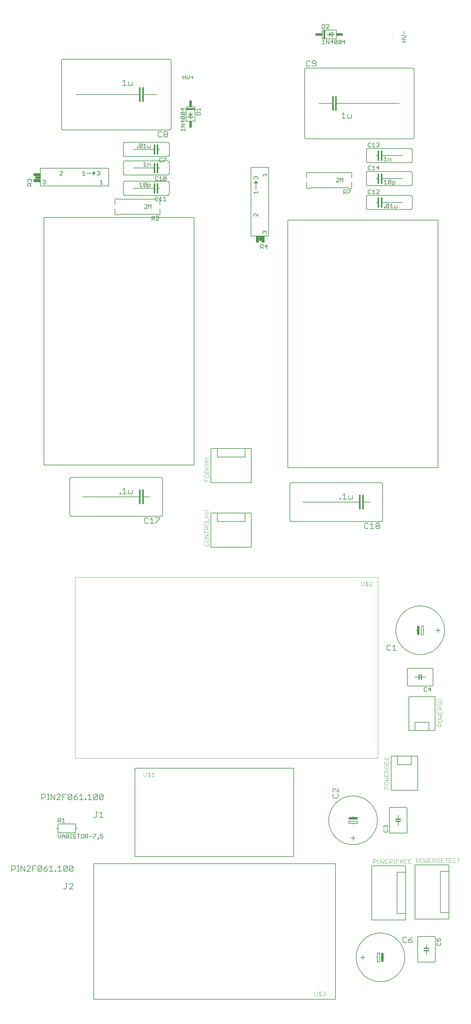
<source format=gto>
G75*
%MOIN*%
%OFA0B0*%
%FSLAX25Y25*%
%IPPOS*%
%LPD*%
%AMOC8*
5,1,8,0,0,1.08239X$1,22.5*
%
%ADD10C,0.00600*%
%ADD11C,0.00800*%
%ADD12C,0.00400*%
%ADD13C,0.00500*%
%ADD14C,0.00700*%
%ADD15R,0.02500X0.10000*%
%ADD16R,0.10000X0.02500*%
%ADD17C,0.01200*%
%ADD18C,0.00000*%
%ADD19C,0.01600*%
%ADD20R,0.07500X0.03500*%
%ADD21R,0.05500X0.03000*%
%ADD22R,0.03500X0.07500*%
%ADD23R,0.03000X0.05500*%
%ADD24R,0.10000X0.02000*%
%ADD25R,0.03000X0.07500*%
%ADD26R,0.02000X0.10000*%
%ADD27R,0.07500X0.03000*%
D10*
X0056505Y0132300D02*
X0055437Y0133368D01*
X0056505Y0132300D02*
X0057572Y0132300D01*
X0058640Y0133368D01*
X0058640Y0138705D01*
X0057572Y0138705D02*
X0059708Y0138705D01*
X0061883Y0137638D02*
X0062950Y0138705D01*
X0065086Y0138705D01*
X0066153Y0137638D01*
X0066153Y0136570D01*
X0061883Y0132300D01*
X0066153Y0132300D01*
X0065085Y0152300D02*
X0062950Y0152300D01*
X0061883Y0153368D01*
X0066153Y0157638D01*
X0066153Y0153368D01*
X0065085Y0152300D01*
X0061883Y0153368D02*
X0061883Y0157638D01*
X0062950Y0158705D01*
X0065085Y0158705D01*
X0066153Y0157638D01*
X0059708Y0157638D02*
X0058640Y0158705D01*
X0056505Y0158705D01*
X0055437Y0157638D01*
X0055437Y0153368D01*
X0059708Y0157638D01*
X0059708Y0153368D01*
X0058640Y0152300D01*
X0056505Y0152300D01*
X0055437Y0153368D01*
X0053262Y0152300D02*
X0048992Y0152300D01*
X0051127Y0152300D02*
X0051127Y0158705D01*
X0048992Y0156570D01*
X0046837Y0153368D02*
X0046837Y0152300D01*
X0045769Y0152300D01*
X0045769Y0153368D01*
X0046837Y0153368D01*
X0043594Y0152300D02*
X0039323Y0152300D01*
X0041459Y0152300D02*
X0041459Y0158705D01*
X0039323Y0156570D01*
X0037148Y0154435D02*
X0036081Y0155503D01*
X0032878Y0155503D01*
X0032878Y0153368D01*
X0033946Y0152300D01*
X0036081Y0152300D01*
X0037148Y0153368D01*
X0037148Y0154435D01*
X0035013Y0157638D02*
X0037148Y0158705D01*
X0035013Y0157638D02*
X0032878Y0155503D01*
X0030703Y0157638D02*
X0029635Y0158705D01*
X0027500Y0158705D01*
X0026432Y0157638D01*
X0026432Y0153368D01*
X0030703Y0157638D01*
X0030703Y0153368D01*
X0029635Y0152300D01*
X0027500Y0152300D01*
X0026432Y0153368D01*
X0022122Y0155503D02*
X0019987Y0155503D01*
X0017812Y0156570D02*
X0017812Y0157638D01*
X0016744Y0158705D01*
X0014609Y0158705D01*
X0013541Y0157638D01*
X0011366Y0158705D02*
X0011366Y0152300D01*
X0007096Y0158705D01*
X0007096Y0152300D01*
X0004934Y0152300D02*
X0002799Y0152300D01*
X0003867Y0152300D02*
X0003867Y0158705D01*
X0004934Y0158705D02*
X0002799Y0158705D01*
X0000624Y0157638D02*
X-0000444Y0158705D01*
X-0003646Y0158705D01*
X-0003646Y0152300D01*
X-0003646Y0154435D02*
X-0000444Y0154435D01*
X0000624Y0155503D01*
X0000624Y0157638D01*
X0013541Y0152300D02*
X0017812Y0156570D01*
X0019987Y0158705D02*
X0019987Y0152300D01*
X0017812Y0152300D02*
X0013541Y0152300D01*
X0019987Y0158705D02*
X0024257Y0158705D01*
X0048871Y0196000D02*
X0048871Y0201000D01*
X0048871Y0206000D01*
X0068871Y0206000D01*
X0068871Y0201000D01*
X0068871Y0196000D01*
X0048871Y0196000D01*
X0048871Y0201000D02*
X0046871Y0201000D01*
X0047541Y0233300D02*
X0051812Y0237570D01*
X0051812Y0238638D01*
X0050744Y0239705D01*
X0048609Y0239705D01*
X0047541Y0238638D01*
X0045366Y0239705D02*
X0045366Y0233300D01*
X0041096Y0239705D01*
X0041096Y0233300D01*
X0038934Y0233300D02*
X0036799Y0233300D01*
X0037867Y0233300D02*
X0037867Y0239705D01*
X0038934Y0239705D02*
X0036799Y0239705D01*
X0034624Y0238638D02*
X0034624Y0236503D01*
X0033556Y0235435D01*
X0030354Y0235435D01*
X0030354Y0233300D02*
X0030354Y0239705D01*
X0033556Y0239705D01*
X0034624Y0238638D01*
X0047541Y0233300D02*
X0051812Y0233300D01*
X0053987Y0233300D02*
X0053987Y0239705D01*
X0058257Y0239705D01*
X0060432Y0238638D02*
X0061500Y0239705D01*
X0063635Y0239705D01*
X0064703Y0238638D01*
X0060432Y0234368D01*
X0061500Y0233300D01*
X0063635Y0233300D01*
X0064703Y0234368D01*
X0064703Y0238638D01*
X0066878Y0236503D02*
X0070081Y0236503D01*
X0071148Y0235435D01*
X0071148Y0234368D01*
X0070081Y0233300D01*
X0067946Y0233300D01*
X0066878Y0234368D01*
X0066878Y0236503D01*
X0069013Y0238638D01*
X0071148Y0239705D01*
X0073323Y0237570D02*
X0075459Y0239705D01*
X0075459Y0233300D01*
X0077594Y0233300D02*
X0073323Y0233300D01*
X0079769Y0233300D02*
X0080837Y0233300D01*
X0080837Y0234368D01*
X0079769Y0234368D01*
X0079769Y0233300D01*
X0082992Y0233300D02*
X0087262Y0233300D01*
X0085127Y0233300D02*
X0085127Y0239705D01*
X0082992Y0237570D01*
X0089437Y0238638D02*
X0089437Y0234368D01*
X0093708Y0238638D01*
X0093708Y0234368D01*
X0092640Y0233300D01*
X0090505Y0233300D01*
X0089437Y0234368D01*
X0089437Y0238638D02*
X0090505Y0239705D01*
X0092640Y0239705D01*
X0093708Y0238638D01*
X0095883Y0238638D02*
X0096950Y0239705D01*
X0099085Y0239705D01*
X0100153Y0238638D01*
X0095883Y0234368D01*
X0096950Y0233300D01*
X0099085Y0233300D01*
X0100153Y0234368D01*
X0100153Y0238638D01*
X0095883Y0238638D02*
X0095883Y0234368D01*
X0098018Y0219705D02*
X0095883Y0217570D01*
X0098018Y0219705D02*
X0098018Y0213300D01*
X0095883Y0213300D02*
X0100153Y0213300D01*
X0092640Y0214368D02*
X0092640Y0219705D01*
X0091572Y0219705D02*
X0093708Y0219705D01*
X0092640Y0214368D02*
X0091572Y0213300D01*
X0090505Y0213300D01*
X0089437Y0214368D01*
X0070871Y0201000D02*
X0068871Y0201000D01*
X0060432Y0234368D02*
X0060432Y0238638D01*
X0056122Y0236503D02*
X0053987Y0236503D01*
X0064371Y0554000D02*
X0165371Y0554000D01*
X0165458Y0554002D01*
X0165545Y0554008D01*
X0165632Y0554017D01*
X0165718Y0554030D01*
X0165804Y0554047D01*
X0165889Y0554068D01*
X0165972Y0554093D01*
X0166055Y0554121D01*
X0166136Y0554152D01*
X0166216Y0554187D01*
X0166294Y0554226D01*
X0166371Y0554268D01*
X0166446Y0554313D01*
X0166518Y0554362D01*
X0166589Y0554413D01*
X0166657Y0554468D01*
X0166722Y0554525D01*
X0166785Y0554586D01*
X0166846Y0554649D01*
X0166903Y0554714D01*
X0166958Y0554782D01*
X0167009Y0554853D01*
X0167058Y0554925D01*
X0167103Y0555000D01*
X0167145Y0555077D01*
X0167184Y0555155D01*
X0167219Y0555235D01*
X0167250Y0555316D01*
X0167278Y0555399D01*
X0167303Y0555482D01*
X0167324Y0555567D01*
X0167341Y0555653D01*
X0167354Y0555739D01*
X0167363Y0555826D01*
X0167369Y0555913D01*
X0167371Y0556000D01*
X0167371Y0596000D01*
X0167369Y0596087D01*
X0167363Y0596174D01*
X0167354Y0596261D01*
X0167341Y0596347D01*
X0167324Y0596433D01*
X0167303Y0596518D01*
X0167278Y0596601D01*
X0167250Y0596684D01*
X0167219Y0596765D01*
X0167184Y0596845D01*
X0167145Y0596923D01*
X0167103Y0597000D01*
X0167058Y0597075D01*
X0167009Y0597147D01*
X0166958Y0597218D01*
X0166903Y0597286D01*
X0166846Y0597351D01*
X0166785Y0597414D01*
X0166722Y0597475D01*
X0166657Y0597532D01*
X0166589Y0597587D01*
X0166518Y0597638D01*
X0166446Y0597687D01*
X0166371Y0597732D01*
X0166294Y0597774D01*
X0166216Y0597813D01*
X0166136Y0597848D01*
X0166055Y0597879D01*
X0165972Y0597907D01*
X0165889Y0597932D01*
X0165804Y0597953D01*
X0165718Y0597970D01*
X0165632Y0597983D01*
X0165545Y0597992D01*
X0165458Y0597998D01*
X0165371Y0598000D01*
X0064371Y0598000D01*
X0064284Y0597998D01*
X0064197Y0597992D01*
X0064110Y0597983D01*
X0064024Y0597970D01*
X0063938Y0597953D01*
X0063853Y0597932D01*
X0063770Y0597907D01*
X0063687Y0597879D01*
X0063606Y0597848D01*
X0063526Y0597813D01*
X0063448Y0597774D01*
X0063371Y0597732D01*
X0063296Y0597687D01*
X0063224Y0597638D01*
X0063153Y0597587D01*
X0063085Y0597532D01*
X0063020Y0597475D01*
X0062957Y0597414D01*
X0062896Y0597351D01*
X0062839Y0597286D01*
X0062784Y0597218D01*
X0062733Y0597147D01*
X0062684Y0597075D01*
X0062639Y0597000D01*
X0062597Y0596923D01*
X0062558Y0596845D01*
X0062523Y0596765D01*
X0062492Y0596684D01*
X0062464Y0596601D01*
X0062439Y0596518D01*
X0062418Y0596433D01*
X0062401Y0596347D01*
X0062388Y0596261D01*
X0062379Y0596174D01*
X0062373Y0596087D01*
X0062371Y0596000D01*
X0062371Y0556000D01*
X0062373Y0555913D01*
X0062379Y0555826D01*
X0062388Y0555739D01*
X0062401Y0555653D01*
X0062418Y0555567D01*
X0062439Y0555482D01*
X0062464Y0555399D01*
X0062492Y0555316D01*
X0062523Y0555235D01*
X0062558Y0555155D01*
X0062597Y0555077D01*
X0062639Y0555000D01*
X0062684Y0554925D01*
X0062733Y0554853D01*
X0062784Y0554782D01*
X0062839Y0554714D01*
X0062896Y0554649D01*
X0062957Y0554586D01*
X0063020Y0554525D01*
X0063085Y0554468D01*
X0063153Y0554413D01*
X0063224Y0554362D01*
X0063296Y0554313D01*
X0063371Y0554268D01*
X0063448Y0554226D01*
X0063526Y0554187D01*
X0063606Y0554152D01*
X0063687Y0554121D01*
X0063770Y0554093D01*
X0063853Y0554068D01*
X0063938Y0554047D01*
X0064024Y0554030D01*
X0064110Y0554017D01*
X0064197Y0554008D01*
X0064284Y0554002D01*
X0064371Y0554000D01*
X0076871Y0576000D02*
X0141371Y0576000D01*
X0144871Y0576000D02*
X0152871Y0576000D01*
X0267371Y0871000D02*
X0287371Y0871000D01*
X0287371Y0948500D01*
X0267371Y0948500D01*
X0267371Y0871000D01*
X0272871Y0923500D02*
X0272871Y0931500D01*
X0274371Y0931500D01*
X0274871Y0931000D01*
X0270871Y0931000D01*
X0271371Y0931500D01*
X0272871Y0931500D01*
X0272871Y0933000D01*
X0272371Y0932500D01*
X0271871Y0932000D01*
X0271371Y0931500D01*
X0271871Y0932000D02*
X0273871Y0932000D01*
X0273371Y0932500D01*
X0272371Y0932500D01*
X0272871Y0933000D02*
X0273371Y0932500D01*
X0273871Y0932000D02*
X0274371Y0931500D01*
X0327871Y0983000D02*
X0327871Y1059000D01*
X0327873Y1059087D01*
X0327879Y1059174D01*
X0327888Y1059261D01*
X0327901Y1059347D01*
X0327918Y1059433D01*
X0327939Y1059518D01*
X0327964Y1059601D01*
X0327992Y1059684D01*
X0328023Y1059765D01*
X0328058Y1059845D01*
X0328097Y1059923D01*
X0328139Y1060000D01*
X0328184Y1060075D01*
X0328233Y1060147D01*
X0328284Y1060218D01*
X0328339Y1060286D01*
X0328396Y1060351D01*
X0328457Y1060414D01*
X0328520Y1060475D01*
X0328585Y1060532D01*
X0328653Y1060587D01*
X0328724Y1060638D01*
X0328796Y1060687D01*
X0328871Y1060732D01*
X0328948Y1060774D01*
X0329026Y1060813D01*
X0329106Y1060848D01*
X0329187Y1060879D01*
X0329270Y1060907D01*
X0329353Y1060932D01*
X0329438Y1060953D01*
X0329524Y1060970D01*
X0329610Y1060983D01*
X0329697Y1060992D01*
X0329784Y1060998D01*
X0329871Y1061000D01*
X0449871Y1061000D01*
X0449958Y1060998D01*
X0450045Y1060992D01*
X0450132Y1060983D01*
X0450218Y1060970D01*
X0450304Y1060953D01*
X0450389Y1060932D01*
X0450472Y1060907D01*
X0450555Y1060879D01*
X0450636Y1060848D01*
X0450716Y1060813D01*
X0450794Y1060774D01*
X0450871Y1060732D01*
X0450946Y1060687D01*
X0451018Y1060638D01*
X0451089Y1060587D01*
X0451157Y1060532D01*
X0451222Y1060475D01*
X0451285Y1060414D01*
X0451346Y1060351D01*
X0451403Y1060286D01*
X0451458Y1060218D01*
X0451509Y1060147D01*
X0451558Y1060075D01*
X0451603Y1060000D01*
X0451645Y1059923D01*
X0451684Y1059845D01*
X0451719Y1059765D01*
X0451750Y1059684D01*
X0451778Y1059601D01*
X0451803Y1059518D01*
X0451824Y1059433D01*
X0451841Y1059347D01*
X0451854Y1059261D01*
X0451863Y1059174D01*
X0451869Y1059087D01*
X0451871Y1059000D01*
X0451871Y0983000D01*
X0451869Y0982913D01*
X0451863Y0982826D01*
X0451854Y0982739D01*
X0451841Y0982653D01*
X0451824Y0982567D01*
X0451803Y0982482D01*
X0451778Y0982399D01*
X0451750Y0982316D01*
X0451719Y0982235D01*
X0451684Y0982155D01*
X0451645Y0982077D01*
X0451603Y0982000D01*
X0451558Y0981925D01*
X0451509Y0981853D01*
X0451458Y0981782D01*
X0451403Y0981714D01*
X0451346Y0981649D01*
X0451285Y0981586D01*
X0451222Y0981525D01*
X0451157Y0981468D01*
X0451089Y0981413D01*
X0451018Y0981362D01*
X0450946Y0981313D01*
X0450871Y0981268D01*
X0450794Y0981226D01*
X0450716Y0981187D01*
X0450636Y0981152D01*
X0450555Y0981121D01*
X0450472Y0981093D01*
X0450389Y0981068D01*
X0450304Y0981047D01*
X0450218Y0981030D01*
X0450132Y0981017D01*
X0450045Y0981008D01*
X0449958Y0981002D01*
X0449871Y0981000D01*
X0329871Y0981000D01*
X0329784Y0981002D01*
X0329697Y0981008D01*
X0329610Y0981017D01*
X0329524Y0981030D01*
X0329438Y0981047D01*
X0329353Y0981068D01*
X0329270Y0981093D01*
X0329187Y0981121D01*
X0329106Y0981152D01*
X0329026Y0981187D01*
X0328948Y0981226D01*
X0328871Y0981268D01*
X0328796Y0981313D01*
X0328724Y0981362D01*
X0328653Y0981413D01*
X0328585Y0981468D01*
X0328520Y0981525D01*
X0328457Y0981586D01*
X0328396Y0981649D01*
X0328339Y0981714D01*
X0328284Y0981782D01*
X0328233Y0981853D01*
X0328184Y0981925D01*
X0328139Y0982000D01*
X0328097Y0982077D01*
X0328058Y0982155D01*
X0328023Y0982235D01*
X0327992Y0982316D01*
X0327964Y0982399D01*
X0327939Y0982482D01*
X0327918Y0982567D01*
X0327901Y0982653D01*
X0327888Y0982739D01*
X0327879Y0982826D01*
X0327873Y0982913D01*
X0327871Y0983000D01*
X0331371Y0943000D02*
X0334871Y0943000D01*
X0335371Y0942500D01*
X0376371Y0942500D01*
X0376871Y0943000D01*
X0380371Y0943000D01*
X0380431Y0942998D01*
X0380492Y0942993D01*
X0380551Y0942984D01*
X0380610Y0942971D01*
X0380669Y0942955D01*
X0380726Y0942935D01*
X0380781Y0942912D01*
X0380836Y0942885D01*
X0380888Y0942856D01*
X0380939Y0942823D01*
X0380988Y0942787D01*
X0381034Y0942749D01*
X0381078Y0942707D01*
X0381120Y0942663D01*
X0381158Y0942617D01*
X0381194Y0942568D01*
X0381227Y0942517D01*
X0381256Y0942465D01*
X0381283Y0942410D01*
X0381306Y0942355D01*
X0381326Y0942298D01*
X0381342Y0942239D01*
X0381355Y0942180D01*
X0381364Y0942121D01*
X0381369Y0942060D01*
X0381371Y0942000D01*
X0381371Y0936500D01*
X0381371Y0931500D02*
X0381371Y0926000D01*
X0381369Y0925940D01*
X0381364Y0925879D01*
X0381355Y0925820D01*
X0381342Y0925761D01*
X0381326Y0925702D01*
X0381306Y0925645D01*
X0381283Y0925590D01*
X0381256Y0925535D01*
X0381227Y0925483D01*
X0381194Y0925432D01*
X0381158Y0925383D01*
X0381120Y0925337D01*
X0381078Y0925293D01*
X0381034Y0925251D01*
X0380988Y0925213D01*
X0380939Y0925177D01*
X0380888Y0925144D01*
X0380836Y0925115D01*
X0380781Y0925088D01*
X0380726Y0925065D01*
X0380669Y0925045D01*
X0380610Y0925029D01*
X0380551Y0925016D01*
X0380492Y0925007D01*
X0380431Y0925002D01*
X0380371Y0925000D01*
X0376871Y0925000D01*
X0376371Y0925500D01*
X0335371Y0925500D01*
X0334871Y0925000D01*
X0331371Y0925000D01*
X0331311Y0925002D01*
X0331250Y0925007D01*
X0331191Y0925016D01*
X0331132Y0925029D01*
X0331073Y0925045D01*
X0331016Y0925065D01*
X0330961Y0925088D01*
X0330906Y0925115D01*
X0330854Y0925144D01*
X0330803Y0925177D01*
X0330754Y0925213D01*
X0330708Y0925251D01*
X0330664Y0925293D01*
X0330622Y0925337D01*
X0330584Y0925383D01*
X0330548Y0925432D01*
X0330515Y0925483D01*
X0330486Y0925535D01*
X0330459Y0925590D01*
X0330436Y0925645D01*
X0330416Y0925702D01*
X0330400Y0925761D01*
X0330387Y0925820D01*
X0330378Y0925879D01*
X0330373Y0925940D01*
X0330371Y0926000D01*
X0330371Y0931500D01*
X0330371Y0936500D02*
X0330371Y0942000D01*
X0330373Y0942060D01*
X0330378Y0942121D01*
X0330387Y0942180D01*
X0330400Y0942239D01*
X0330416Y0942298D01*
X0330436Y0942355D01*
X0330459Y0942410D01*
X0330486Y0942465D01*
X0330515Y0942517D01*
X0330548Y0942568D01*
X0330584Y0942617D01*
X0330622Y0942663D01*
X0330664Y0942707D01*
X0330708Y0942749D01*
X0330754Y0942787D01*
X0330803Y0942823D01*
X0330854Y0942856D01*
X0330906Y0942885D01*
X0330961Y0942912D01*
X0331016Y0942935D01*
X0331073Y0942955D01*
X0331132Y0942971D01*
X0331191Y0942984D01*
X0331250Y0942993D01*
X0331311Y0942998D01*
X0331371Y0943000D01*
X0344371Y1021000D02*
X0359871Y1021000D01*
X0363371Y1021000D02*
X0435371Y1021000D01*
X0447871Y0970000D02*
X0399871Y0970000D01*
X0399784Y0969998D01*
X0399697Y0969992D01*
X0399610Y0969983D01*
X0399524Y0969970D01*
X0399438Y0969953D01*
X0399353Y0969932D01*
X0399270Y0969907D01*
X0399187Y0969879D01*
X0399106Y0969848D01*
X0399026Y0969813D01*
X0398948Y0969774D01*
X0398871Y0969732D01*
X0398796Y0969687D01*
X0398724Y0969638D01*
X0398653Y0969587D01*
X0398585Y0969532D01*
X0398520Y0969475D01*
X0398457Y0969414D01*
X0398396Y0969351D01*
X0398339Y0969286D01*
X0398284Y0969218D01*
X0398233Y0969147D01*
X0398184Y0969075D01*
X0398139Y0969000D01*
X0398097Y0968923D01*
X0398058Y0968845D01*
X0398023Y0968765D01*
X0397992Y0968684D01*
X0397964Y0968601D01*
X0397939Y0968518D01*
X0397918Y0968433D01*
X0397901Y0968347D01*
X0397888Y0968261D01*
X0397879Y0968174D01*
X0397873Y0968087D01*
X0397871Y0968000D01*
X0397871Y0956000D01*
X0397873Y0955913D01*
X0397879Y0955826D01*
X0397888Y0955739D01*
X0397901Y0955653D01*
X0397918Y0955567D01*
X0397939Y0955482D01*
X0397964Y0955399D01*
X0397992Y0955316D01*
X0398023Y0955235D01*
X0398058Y0955155D01*
X0398097Y0955077D01*
X0398139Y0955000D01*
X0398184Y0954925D01*
X0398233Y0954853D01*
X0398284Y0954782D01*
X0398339Y0954714D01*
X0398396Y0954649D01*
X0398457Y0954586D01*
X0398520Y0954525D01*
X0398585Y0954468D01*
X0398653Y0954413D01*
X0398724Y0954362D01*
X0398796Y0954313D01*
X0398871Y0954268D01*
X0398948Y0954226D01*
X0399026Y0954187D01*
X0399106Y0954152D01*
X0399187Y0954121D01*
X0399270Y0954093D01*
X0399353Y0954068D01*
X0399438Y0954047D01*
X0399524Y0954030D01*
X0399610Y0954017D01*
X0399697Y0954008D01*
X0399784Y0954002D01*
X0399871Y0954000D01*
X0447871Y0954000D01*
X0447958Y0954002D01*
X0448045Y0954008D01*
X0448132Y0954017D01*
X0448218Y0954030D01*
X0448304Y0954047D01*
X0448389Y0954068D01*
X0448472Y0954093D01*
X0448555Y0954121D01*
X0448636Y0954152D01*
X0448716Y0954187D01*
X0448794Y0954226D01*
X0448871Y0954268D01*
X0448946Y0954313D01*
X0449018Y0954362D01*
X0449089Y0954413D01*
X0449157Y0954468D01*
X0449222Y0954525D01*
X0449285Y0954586D01*
X0449346Y0954649D01*
X0449403Y0954714D01*
X0449458Y0954782D01*
X0449509Y0954853D01*
X0449558Y0954925D01*
X0449603Y0955000D01*
X0449645Y0955077D01*
X0449684Y0955155D01*
X0449719Y0955235D01*
X0449750Y0955316D01*
X0449778Y0955399D01*
X0449803Y0955482D01*
X0449824Y0955567D01*
X0449841Y0955653D01*
X0449854Y0955739D01*
X0449863Y0955826D01*
X0449869Y0955913D01*
X0449871Y0956000D01*
X0449871Y0968000D01*
X0449869Y0968087D01*
X0449863Y0968174D01*
X0449854Y0968261D01*
X0449841Y0968347D01*
X0449824Y0968433D01*
X0449803Y0968518D01*
X0449778Y0968601D01*
X0449750Y0968684D01*
X0449719Y0968765D01*
X0449684Y0968845D01*
X0449645Y0968923D01*
X0449603Y0969000D01*
X0449558Y0969075D01*
X0449509Y0969147D01*
X0449458Y0969218D01*
X0449403Y0969286D01*
X0449346Y0969351D01*
X0449285Y0969414D01*
X0449222Y0969475D01*
X0449157Y0969532D01*
X0449089Y0969587D01*
X0449018Y0969638D01*
X0448946Y0969687D01*
X0448871Y0969732D01*
X0448794Y0969774D01*
X0448716Y0969813D01*
X0448636Y0969848D01*
X0448555Y0969879D01*
X0448472Y0969907D01*
X0448389Y0969932D01*
X0448304Y0969953D01*
X0448218Y0969970D01*
X0448132Y0969983D01*
X0448045Y0969992D01*
X0447958Y0969998D01*
X0447871Y0970000D01*
X0438871Y0962000D02*
X0414871Y0962000D01*
X0411371Y0962000D02*
X0408871Y0962000D01*
X0399871Y0944000D02*
X0447871Y0944000D01*
X0447958Y0943998D01*
X0448045Y0943992D01*
X0448132Y0943983D01*
X0448218Y0943970D01*
X0448304Y0943953D01*
X0448389Y0943932D01*
X0448472Y0943907D01*
X0448555Y0943879D01*
X0448636Y0943848D01*
X0448716Y0943813D01*
X0448794Y0943774D01*
X0448871Y0943732D01*
X0448946Y0943687D01*
X0449018Y0943638D01*
X0449089Y0943587D01*
X0449157Y0943532D01*
X0449222Y0943475D01*
X0449285Y0943414D01*
X0449346Y0943351D01*
X0449403Y0943286D01*
X0449458Y0943218D01*
X0449509Y0943147D01*
X0449558Y0943075D01*
X0449603Y0943000D01*
X0449645Y0942923D01*
X0449684Y0942845D01*
X0449719Y0942765D01*
X0449750Y0942684D01*
X0449778Y0942601D01*
X0449803Y0942518D01*
X0449824Y0942433D01*
X0449841Y0942347D01*
X0449854Y0942261D01*
X0449863Y0942174D01*
X0449869Y0942087D01*
X0449871Y0942000D01*
X0449871Y0930000D01*
X0449869Y0929913D01*
X0449863Y0929826D01*
X0449854Y0929739D01*
X0449841Y0929653D01*
X0449824Y0929567D01*
X0449803Y0929482D01*
X0449778Y0929399D01*
X0449750Y0929316D01*
X0449719Y0929235D01*
X0449684Y0929155D01*
X0449645Y0929077D01*
X0449603Y0929000D01*
X0449558Y0928925D01*
X0449509Y0928853D01*
X0449458Y0928782D01*
X0449403Y0928714D01*
X0449346Y0928649D01*
X0449285Y0928586D01*
X0449222Y0928525D01*
X0449157Y0928468D01*
X0449089Y0928413D01*
X0449018Y0928362D01*
X0448946Y0928313D01*
X0448871Y0928268D01*
X0448794Y0928226D01*
X0448716Y0928187D01*
X0448636Y0928152D01*
X0448555Y0928121D01*
X0448472Y0928093D01*
X0448389Y0928068D01*
X0448304Y0928047D01*
X0448218Y0928030D01*
X0448132Y0928017D01*
X0448045Y0928008D01*
X0447958Y0928002D01*
X0447871Y0928000D01*
X0399871Y0928000D01*
X0399784Y0928002D01*
X0399697Y0928008D01*
X0399610Y0928017D01*
X0399524Y0928030D01*
X0399438Y0928047D01*
X0399353Y0928068D01*
X0399270Y0928093D01*
X0399187Y0928121D01*
X0399106Y0928152D01*
X0399026Y0928187D01*
X0398948Y0928226D01*
X0398871Y0928268D01*
X0398796Y0928313D01*
X0398724Y0928362D01*
X0398653Y0928413D01*
X0398585Y0928468D01*
X0398520Y0928525D01*
X0398457Y0928586D01*
X0398396Y0928649D01*
X0398339Y0928714D01*
X0398284Y0928782D01*
X0398233Y0928853D01*
X0398184Y0928925D01*
X0398139Y0929000D01*
X0398097Y0929077D01*
X0398058Y0929155D01*
X0398023Y0929235D01*
X0397992Y0929316D01*
X0397964Y0929399D01*
X0397939Y0929482D01*
X0397918Y0929567D01*
X0397901Y0929653D01*
X0397888Y0929739D01*
X0397879Y0929826D01*
X0397873Y0929913D01*
X0397871Y0930000D01*
X0397871Y0942000D01*
X0397873Y0942087D01*
X0397879Y0942174D01*
X0397888Y0942261D01*
X0397901Y0942347D01*
X0397918Y0942433D01*
X0397939Y0942518D01*
X0397964Y0942601D01*
X0397992Y0942684D01*
X0398023Y0942765D01*
X0398058Y0942845D01*
X0398097Y0942923D01*
X0398139Y0943000D01*
X0398184Y0943075D01*
X0398233Y0943147D01*
X0398284Y0943218D01*
X0398339Y0943286D01*
X0398396Y0943351D01*
X0398457Y0943414D01*
X0398520Y0943475D01*
X0398585Y0943532D01*
X0398653Y0943587D01*
X0398724Y0943638D01*
X0398796Y0943687D01*
X0398871Y0943732D01*
X0398948Y0943774D01*
X0399026Y0943813D01*
X0399106Y0943848D01*
X0399187Y0943879D01*
X0399270Y0943907D01*
X0399353Y0943932D01*
X0399438Y0943953D01*
X0399524Y0943970D01*
X0399610Y0943983D01*
X0399697Y0943992D01*
X0399784Y0943998D01*
X0399871Y0944000D01*
X0408871Y0936000D02*
X0411371Y0936000D01*
X0414871Y0936000D02*
X0438871Y0936000D01*
X0447871Y0917000D02*
X0399871Y0917000D01*
X0399784Y0916998D01*
X0399697Y0916992D01*
X0399610Y0916983D01*
X0399524Y0916970D01*
X0399438Y0916953D01*
X0399353Y0916932D01*
X0399270Y0916907D01*
X0399187Y0916879D01*
X0399106Y0916848D01*
X0399026Y0916813D01*
X0398948Y0916774D01*
X0398871Y0916732D01*
X0398796Y0916687D01*
X0398724Y0916638D01*
X0398653Y0916587D01*
X0398585Y0916532D01*
X0398520Y0916475D01*
X0398457Y0916414D01*
X0398396Y0916351D01*
X0398339Y0916286D01*
X0398284Y0916218D01*
X0398233Y0916147D01*
X0398184Y0916075D01*
X0398139Y0916000D01*
X0398097Y0915923D01*
X0398058Y0915845D01*
X0398023Y0915765D01*
X0397992Y0915684D01*
X0397964Y0915601D01*
X0397939Y0915518D01*
X0397918Y0915433D01*
X0397901Y0915347D01*
X0397888Y0915261D01*
X0397879Y0915174D01*
X0397873Y0915087D01*
X0397871Y0915000D01*
X0397871Y0903000D01*
X0397873Y0902913D01*
X0397879Y0902826D01*
X0397888Y0902739D01*
X0397901Y0902653D01*
X0397918Y0902567D01*
X0397939Y0902482D01*
X0397964Y0902399D01*
X0397992Y0902316D01*
X0398023Y0902235D01*
X0398058Y0902155D01*
X0398097Y0902077D01*
X0398139Y0902000D01*
X0398184Y0901925D01*
X0398233Y0901853D01*
X0398284Y0901782D01*
X0398339Y0901714D01*
X0398396Y0901649D01*
X0398457Y0901586D01*
X0398520Y0901525D01*
X0398585Y0901468D01*
X0398653Y0901413D01*
X0398724Y0901362D01*
X0398796Y0901313D01*
X0398871Y0901268D01*
X0398948Y0901226D01*
X0399026Y0901187D01*
X0399106Y0901152D01*
X0399187Y0901121D01*
X0399270Y0901093D01*
X0399353Y0901068D01*
X0399438Y0901047D01*
X0399524Y0901030D01*
X0399610Y0901017D01*
X0399697Y0901008D01*
X0399784Y0901002D01*
X0399871Y0901000D01*
X0447871Y0901000D01*
X0447958Y0901002D01*
X0448045Y0901008D01*
X0448132Y0901017D01*
X0448218Y0901030D01*
X0448304Y0901047D01*
X0448389Y0901068D01*
X0448472Y0901093D01*
X0448555Y0901121D01*
X0448636Y0901152D01*
X0448716Y0901187D01*
X0448794Y0901226D01*
X0448871Y0901268D01*
X0448946Y0901313D01*
X0449018Y0901362D01*
X0449089Y0901413D01*
X0449157Y0901468D01*
X0449222Y0901525D01*
X0449285Y0901586D01*
X0449346Y0901649D01*
X0449403Y0901714D01*
X0449458Y0901782D01*
X0449509Y0901853D01*
X0449558Y0901925D01*
X0449603Y0902000D01*
X0449645Y0902077D01*
X0449684Y0902155D01*
X0449719Y0902235D01*
X0449750Y0902316D01*
X0449778Y0902399D01*
X0449803Y0902482D01*
X0449824Y0902567D01*
X0449841Y0902653D01*
X0449854Y0902739D01*
X0449863Y0902826D01*
X0449869Y0902913D01*
X0449871Y0903000D01*
X0449871Y0915000D01*
X0449869Y0915087D01*
X0449863Y0915174D01*
X0449854Y0915261D01*
X0449841Y0915347D01*
X0449824Y0915433D01*
X0449803Y0915518D01*
X0449778Y0915601D01*
X0449750Y0915684D01*
X0449719Y0915765D01*
X0449684Y0915845D01*
X0449645Y0915923D01*
X0449603Y0916000D01*
X0449558Y0916075D01*
X0449509Y0916147D01*
X0449458Y0916218D01*
X0449403Y0916286D01*
X0449346Y0916351D01*
X0449285Y0916414D01*
X0449222Y0916475D01*
X0449157Y0916532D01*
X0449089Y0916587D01*
X0449018Y0916638D01*
X0448946Y0916687D01*
X0448871Y0916732D01*
X0448794Y0916774D01*
X0448716Y0916813D01*
X0448636Y0916848D01*
X0448555Y0916879D01*
X0448472Y0916907D01*
X0448389Y0916932D01*
X0448304Y0916953D01*
X0448218Y0916970D01*
X0448132Y0916983D01*
X0448045Y0916992D01*
X0447958Y0916998D01*
X0447871Y0917000D01*
X0438871Y0909000D02*
X0414871Y0909000D01*
X0411371Y0909000D02*
X0408871Y0909000D01*
X0363871Y1094000D02*
X0347871Y1094000D01*
X0347871Y1104000D01*
X0363871Y1104000D01*
X0363871Y1094000D01*
X0359871Y1096500D02*
X0355871Y1099000D01*
X0355871Y1096500D01*
X0355871Y1099000D02*
X0355871Y1101500D01*
X0355871Y1099000D02*
X0359871Y1101500D01*
X0359871Y1096500D01*
X0361871Y1099000D02*
X0355871Y1099000D01*
X0353371Y1099000D01*
X0203871Y1017000D02*
X0203871Y1001000D01*
X0193871Y1001000D01*
X0193871Y1017000D01*
X0203871Y1017000D01*
X0198871Y1011500D02*
X0198871Y1009000D01*
X0196371Y1009000D01*
X0198871Y1009000D02*
X0201371Y1009000D01*
X0198871Y1009000D02*
X0198871Y1003000D01*
X0201371Y1005000D02*
X0196371Y1005000D01*
X0198871Y1009000D01*
X0201371Y1005000D01*
X0176871Y0993000D02*
X0176871Y1069000D01*
X0176869Y1069087D01*
X0176863Y1069174D01*
X0176854Y1069261D01*
X0176841Y1069347D01*
X0176824Y1069433D01*
X0176803Y1069518D01*
X0176778Y1069601D01*
X0176750Y1069684D01*
X0176719Y1069765D01*
X0176684Y1069845D01*
X0176645Y1069923D01*
X0176603Y1070000D01*
X0176558Y1070075D01*
X0176509Y1070147D01*
X0176458Y1070218D01*
X0176403Y1070286D01*
X0176346Y1070351D01*
X0176285Y1070414D01*
X0176222Y1070475D01*
X0176157Y1070532D01*
X0176089Y1070587D01*
X0176018Y1070638D01*
X0175946Y1070687D01*
X0175871Y1070732D01*
X0175794Y1070774D01*
X0175716Y1070813D01*
X0175636Y1070848D01*
X0175555Y1070879D01*
X0175472Y1070907D01*
X0175389Y1070932D01*
X0175304Y1070953D01*
X0175218Y1070970D01*
X0175132Y1070983D01*
X0175045Y1070992D01*
X0174958Y1070998D01*
X0174871Y1071000D01*
X0054871Y1071000D01*
X0054784Y1070998D01*
X0054697Y1070992D01*
X0054610Y1070983D01*
X0054524Y1070970D01*
X0054438Y1070953D01*
X0054353Y1070932D01*
X0054270Y1070907D01*
X0054187Y1070879D01*
X0054106Y1070848D01*
X0054026Y1070813D01*
X0053948Y1070774D01*
X0053871Y1070732D01*
X0053796Y1070687D01*
X0053724Y1070638D01*
X0053653Y1070587D01*
X0053585Y1070532D01*
X0053520Y1070475D01*
X0053457Y1070414D01*
X0053396Y1070351D01*
X0053339Y1070286D01*
X0053284Y1070218D01*
X0053233Y1070147D01*
X0053184Y1070075D01*
X0053139Y1070000D01*
X0053097Y1069923D01*
X0053058Y1069845D01*
X0053023Y1069765D01*
X0052992Y1069684D01*
X0052964Y1069601D01*
X0052939Y1069518D01*
X0052918Y1069433D01*
X0052901Y1069347D01*
X0052888Y1069261D01*
X0052879Y1069174D01*
X0052873Y1069087D01*
X0052871Y1069000D01*
X0052871Y0993000D01*
X0052873Y0992913D01*
X0052879Y0992826D01*
X0052888Y0992739D01*
X0052901Y0992653D01*
X0052918Y0992567D01*
X0052939Y0992482D01*
X0052964Y0992399D01*
X0052992Y0992316D01*
X0053023Y0992235D01*
X0053058Y0992155D01*
X0053097Y0992077D01*
X0053139Y0992000D01*
X0053184Y0991925D01*
X0053233Y0991853D01*
X0053284Y0991782D01*
X0053339Y0991714D01*
X0053396Y0991649D01*
X0053457Y0991586D01*
X0053520Y0991525D01*
X0053585Y0991468D01*
X0053653Y0991413D01*
X0053724Y0991362D01*
X0053796Y0991313D01*
X0053871Y0991268D01*
X0053948Y0991226D01*
X0054026Y0991187D01*
X0054106Y0991152D01*
X0054187Y0991121D01*
X0054270Y0991093D01*
X0054353Y0991068D01*
X0054438Y0991047D01*
X0054524Y0991030D01*
X0054610Y0991017D01*
X0054697Y0991008D01*
X0054784Y0991002D01*
X0054871Y0991000D01*
X0174871Y0991000D01*
X0174958Y0991002D01*
X0175045Y0991008D01*
X0175132Y0991017D01*
X0175218Y0991030D01*
X0175304Y0991047D01*
X0175389Y0991068D01*
X0175472Y0991093D01*
X0175555Y0991121D01*
X0175636Y0991152D01*
X0175716Y0991187D01*
X0175794Y0991226D01*
X0175871Y0991268D01*
X0175946Y0991313D01*
X0176018Y0991362D01*
X0176089Y0991413D01*
X0176157Y0991468D01*
X0176222Y0991525D01*
X0176285Y0991586D01*
X0176346Y0991649D01*
X0176403Y0991714D01*
X0176458Y0991782D01*
X0176509Y0991853D01*
X0176558Y0991925D01*
X0176603Y0992000D01*
X0176645Y0992077D01*
X0176684Y0992155D01*
X0176719Y0992235D01*
X0176750Y0992316D01*
X0176778Y0992399D01*
X0176803Y0992482D01*
X0176824Y0992567D01*
X0176841Y0992653D01*
X0176854Y0992739D01*
X0176863Y0992826D01*
X0176869Y0992913D01*
X0176871Y0993000D01*
X0172871Y0977000D02*
X0124871Y0977000D01*
X0124784Y0976998D01*
X0124697Y0976992D01*
X0124610Y0976983D01*
X0124524Y0976970D01*
X0124438Y0976953D01*
X0124353Y0976932D01*
X0124270Y0976907D01*
X0124187Y0976879D01*
X0124106Y0976848D01*
X0124026Y0976813D01*
X0123948Y0976774D01*
X0123871Y0976732D01*
X0123796Y0976687D01*
X0123724Y0976638D01*
X0123653Y0976587D01*
X0123585Y0976532D01*
X0123520Y0976475D01*
X0123457Y0976414D01*
X0123396Y0976351D01*
X0123339Y0976286D01*
X0123284Y0976218D01*
X0123233Y0976147D01*
X0123184Y0976075D01*
X0123139Y0976000D01*
X0123097Y0975923D01*
X0123058Y0975845D01*
X0123023Y0975765D01*
X0122992Y0975684D01*
X0122964Y0975601D01*
X0122939Y0975518D01*
X0122918Y0975433D01*
X0122901Y0975347D01*
X0122888Y0975261D01*
X0122879Y0975174D01*
X0122873Y0975087D01*
X0122871Y0975000D01*
X0122871Y0963000D01*
X0122873Y0962913D01*
X0122879Y0962826D01*
X0122888Y0962739D01*
X0122901Y0962653D01*
X0122918Y0962567D01*
X0122939Y0962482D01*
X0122964Y0962399D01*
X0122992Y0962316D01*
X0123023Y0962235D01*
X0123058Y0962155D01*
X0123097Y0962077D01*
X0123139Y0962000D01*
X0123184Y0961925D01*
X0123233Y0961853D01*
X0123284Y0961782D01*
X0123339Y0961714D01*
X0123396Y0961649D01*
X0123457Y0961586D01*
X0123520Y0961525D01*
X0123585Y0961468D01*
X0123653Y0961413D01*
X0123724Y0961362D01*
X0123796Y0961313D01*
X0123871Y0961268D01*
X0123948Y0961226D01*
X0124026Y0961187D01*
X0124106Y0961152D01*
X0124187Y0961121D01*
X0124270Y0961093D01*
X0124353Y0961068D01*
X0124438Y0961047D01*
X0124524Y0961030D01*
X0124610Y0961017D01*
X0124697Y0961008D01*
X0124784Y0961002D01*
X0124871Y0961000D01*
X0172871Y0961000D01*
X0172958Y0961002D01*
X0173045Y0961008D01*
X0173132Y0961017D01*
X0173218Y0961030D01*
X0173304Y0961047D01*
X0173389Y0961068D01*
X0173472Y0961093D01*
X0173555Y0961121D01*
X0173636Y0961152D01*
X0173716Y0961187D01*
X0173794Y0961226D01*
X0173871Y0961268D01*
X0173946Y0961313D01*
X0174018Y0961362D01*
X0174089Y0961413D01*
X0174157Y0961468D01*
X0174222Y0961525D01*
X0174285Y0961586D01*
X0174346Y0961649D01*
X0174403Y0961714D01*
X0174458Y0961782D01*
X0174509Y0961853D01*
X0174558Y0961925D01*
X0174603Y0962000D01*
X0174645Y0962077D01*
X0174684Y0962155D01*
X0174719Y0962235D01*
X0174750Y0962316D01*
X0174778Y0962399D01*
X0174803Y0962482D01*
X0174824Y0962567D01*
X0174841Y0962653D01*
X0174854Y0962739D01*
X0174863Y0962826D01*
X0174869Y0962913D01*
X0174871Y0963000D01*
X0174871Y0975000D01*
X0174869Y0975087D01*
X0174863Y0975174D01*
X0174854Y0975261D01*
X0174841Y0975347D01*
X0174824Y0975433D01*
X0174803Y0975518D01*
X0174778Y0975601D01*
X0174750Y0975684D01*
X0174719Y0975765D01*
X0174684Y0975845D01*
X0174645Y0975923D01*
X0174603Y0976000D01*
X0174558Y0976075D01*
X0174509Y0976147D01*
X0174458Y0976218D01*
X0174403Y0976286D01*
X0174346Y0976351D01*
X0174285Y0976414D01*
X0174222Y0976475D01*
X0174157Y0976532D01*
X0174089Y0976587D01*
X0174018Y0976638D01*
X0173946Y0976687D01*
X0173871Y0976732D01*
X0173794Y0976774D01*
X0173716Y0976813D01*
X0173636Y0976848D01*
X0173555Y0976879D01*
X0173472Y0976907D01*
X0173389Y0976932D01*
X0173304Y0976953D01*
X0173218Y0976970D01*
X0173132Y0976983D01*
X0173045Y0976992D01*
X0172958Y0976998D01*
X0172871Y0977000D01*
X0163871Y0969000D02*
X0161371Y0969000D01*
X0157871Y0969000D02*
X0133871Y0969000D01*
X0124871Y0956000D02*
X0172871Y0956000D01*
X0172958Y0955998D01*
X0173045Y0955992D01*
X0173132Y0955983D01*
X0173218Y0955970D01*
X0173304Y0955953D01*
X0173389Y0955932D01*
X0173472Y0955907D01*
X0173555Y0955879D01*
X0173636Y0955848D01*
X0173716Y0955813D01*
X0173794Y0955774D01*
X0173871Y0955732D01*
X0173946Y0955687D01*
X0174018Y0955638D01*
X0174089Y0955587D01*
X0174157Y0955532D01*
X0174222Y0955475D01*
X0174285Y0955414D01*
X0174346Y0955351D01*
X0174403Y0955286D01*
X0174458Y0955218D01*
X0174509Y0955147D01*
X0174558Y0955075D01*
X0174603Y0955000D01*
X0174645Y0954923D01*
X0174684Y0954845D01*
X0174719Y0954765D01*
X0174750Y0954684D01*
X0174778Y0954601D01*
X0174803Y0954518D01*
X0174824Y0954433D01*
X0174841Y0954347D01*
X0174854Y0954261D01*
X0174863Y0954174D01*
X0174869Y0954087D01*
X0174871Y0954000D01*
X0174871Y0942000D01*
X0174869Y0941913D01*
X0174863Y0941826D01*
X0174854Y0941739D01*
X0174841Y0941653D01*
X0174824Y0941567D01*
X0174803Y0941482D01*
X0174778Y0941399D01*
X0174750Y0941316D01*
X0174719Y0941235D01*
X0174684Y0941155D01*
X0174645Y0941077D01*
X0174603Y0941000D01*
X0174558Y0940925D01*
X0174509Y0940853D01*
X0174458Y0940782D01*
X0174403Y0940714D01*
X0174346Y0940649D01*
X0174285Y0940586D01*
X0174222Y0940525D01*
X0174157Y0940468D01*
X0174089Y0940413D01*
X0174018Y0940362D01*
X0173946Y0940313D01*
X0173871Y0940268D01*
X0173794Y0940226D01*
X0173716Y0940187D01*
X0173636Y0940152D01*
X0173555Y0940121D01*
X0173472Y0940093D01*
X0173389Y0940068D01*
X0173304Y0940047D01*
X0173218Y0940030D01*
X0173132Y0940017D01*
X0173045Y0940008D01*
X0172958Y0940002D01*
X0172871Y0940000D01*
X0124871Y0940000D01*
X0124784Y0940002D01*
X0124697Y0940008D01*
X0124610Y0940017D01*
X0124524Y0940030D01*
X0124438Y0940047D01*
X0124353Y0940068D01*
X0124270Y0940093D01*
X0124187Y0940121D01*
X0124106Y0940152D01*
X0124026Y0940187D01*
X0123948Y0940226D01*
X0123871Y0940268D01*
X0123796Y0940313D01*
X0123724Y0940362D01*
X0123653Y0940413D01*
X0123585Y0940468D01*
X0123520Y0940525D01*
X0123457Y0940586D01*
X0123396Y0940649D01*
X0123339Y0940714D01*
X0123284Y0940782D01*
X0123233Y0940853D01*
X0123184Y0940925D01*
X0123139Y0941000D01*
X0123097Y0941077D01*
X0123058Y0941155D01*
X0123023Y0941235D01*
X0122992Y0941316D01*
X0122964Y0941399D01*
X0122939Y0941482D01*
X0122918Y0941567D01*
X0122901Y0941653D01*
X0122888Y0941739D01*
X0122879Y0941826D01*
X0122873Y0941913D01*
X0122871Y0942000D01*
X0122871Y0954000D01*
X0122873Y0954087D01*
X0122879Y0954174D01*
X0122888Y0954261D01*
X0122901Y0954347D01*
X0122918Y0954433D01*
X0122939Y0954518D01*
X0122964Y0954601D01*
X0122992Y0954684D01*
X0123023Y0954765D01*
X0123058Y0954845D01*
X0123097Y0954923D01*
X0123139Y0955000D01*
X0123184Y0955075D01*
X0123233Y0955147D01*
X0123284Y0955218D01*
X0123339Y0955286D01*
X0123396Y0955351D01*
X0123457Y0955414D01*
X0123520Y0955475D01*
X0123585Y0955532D01*
X0123653Y0955587D01*
X0123724Y0955638D01*
X0123796Y0955687D01*
X0123871Y0955732D01*
X0123948Y0955774D01*
X0124026Y0955813D01*
X0124106Y0955848D01*
X0124187Y0955879D01*
X0124270Y0955907D01*
X0124353Y0955932D01*
X0124438Y0955953D01*
X0124524Y0955970D01*
X0124610Y0955983D01*
X0124697Y0955992D01*
X0124784Y0955998D01*
X0124871Y0956000D01*
X0133871Y0948000D02*
X0157871Y0948000D01*
X0161371Y0948000D02*
X0163871Y0948000D01*
X0172871Y0933000D02*
X0124871Y0933000D01*
X0124784Y0932998D01*
X0124697Y0932992D01*
X0124610Y0932983D01*
X0124524Y0932970D01*
X0124438Y0932953D01*
X0124353Y0932932D01*
X0124270Y0932907D01*
X0124187Y0932879D01*
X0124106Y0932848D01*
X0124026Y0932813D01*
X0123948Y0932774D01*
X0123871Y0932732D01*
X0123796Y0932687D01*
X0123724Y0932638D01*
X0123653Y0932587D01*
X0123585Y0932532D01*
X0123520Y0932475D01*
X0123457Y0932414D01*
X0123396Y0932351D01*
X0123339Y0932286D01*
X0123284Y0932218D01*
X0123233Y0932147D01*
X0123184Y0932075D01*
X0123139Y0932000D01*
X0123097Y0931923D01*
X0123058Y0931845D01*
X0123023Y0931765D01*
X0122992Y0931684D01*
X0122964Y0931601D01*
X0122939Y0931518D01*
X0122918Y0931433D01*
X0122901Y0931347D01*
X0122888Y0931261D01*
X0122879Y0931174D01*
X0122873Y0931087D01*
X0122871Y0931000D01*
X0122871Y0919000D01*
X0122873Y0918913D01*
X0122879Y0918826D01*
X0122888Y0918739D01*
X0122901Y0918653D01*
X0122918Y0918567D01*
X0122939Y0918482D01*
X0122964Y0918399D01*
X0122992Y0918316D01*
X0123023Y0918235D01*
X0123058Y0918155D01*
X0123097Y0918077D01*
X0123139Y0918000D01*
X0123184Y0917925D01*
X0123233Y0917853D01*
X0123284Y0917782D01*
X0123339Y0917714D01*
X0123396Y0917649D01*
X0123457Y0917586D01*
X0123520Y0917525D01*
X0123585Y0917468D01*
X0123653Y0917413D01*
X0123724Y0917362D01*
X0123796Y0917313D01*
X0123871Y0917268D01*
X0123948Y0917226D01*
X0124026Y0917187D01*
X0124106Y0917152D01*
X0124187Y0917121D01*
X0124270Y0917093D01*
X0124353Y0917068D01*
X0124438Y0917047D01*
X0124524Y0917030D01*
X0124610Y0917017D01*
X0124697Y0917008D01*
X0124784Y0917002D01*
X0124871Y0917000D01*
X0172871Y0917000D01*
X0172958Y0917002D01*
X0173045Y0917008D01*
X0173132Y0917017D01*
X0173218Y0917030D01*
X0173304Y0917047D01*
X0173389Y0917068D01*
X0173472Y0917093D01*
X0173555Y0917121D01*
X0173636Y0917152D01*
X0173716Y0917187D01*
X0173794Y0917226D01*
X0173871Y0917268D01*
X0173946Y0917313D01*
X0174018Y0917362D01*
X0174089Y0917413D01*
X0174157Y0917468D01*
X0174222Y0917525D01*
X0174285Y0917586D01*
X0174346Y0917649D01*
X0174403Y0917714D01*
X0174458Y0917782D01*
X0174509Y0917853D01*
X0174558Y0917925D01*
X0174603Y0918000D01*
X0174645Y0918077D01*
X0174684Y0918155D01*
X0174719Y0918235D01*
X0174750Y0918316D01*
X0174778Y0918399D01*
X0174803Y0918482D01*
X0174824Y0918567D01*
X0174841Y0918653D01*
X0174854Y0918739D01*
X0174863Y0918826D01*
X0174869Y0918913D01*
X0174871Y0919000D01*
X0174871Y0931000D01*
X0174869Y0931087D01*
X0174863Y0931174D01*
X0174854Y0931261D01*
X0174841Y0931347D01*
X0174824Y0931433D01*
X0174803Y0931518D01*
X0174778Y0931601D01*
X0174750Y0931684D01*
X0174719Y0931765D01*
X0174684Y0931845D01*
X0174645Y0931923D01*
X0174603Y0932000D01*
X0174558Y0932075D01*
X0174509Y0932147D01*
X0174458Y0932218D01*
X0174403Y0932286D01*
X0174346Y0932351D01*
X0174285Y0932414D01*
X0174222Y0932475D01*
X0174157Y0932532D01*
X0174089Y0932587D01*
X0174018Y0932638D01*
X0173946Y0932687D01*
X0173871Y0932732D01*
X0173794Y0932774D01*
X0173716Y0932813D01*
X0173636Y0932848D01*
X0173555Y0932879D01*
X0173472Y0932907D01*
X0173389Y0932932D01*
X0173304Y0932953D01*
X0173218Y0932970D01*
X0173132Y0932983D01*
X0173045Y0932992D01*
X0172958Y0932998D01*
X0172871Y0933000D01*
X0163871Y0925000D02*
X0161371Y0925000D01*
X0157871Y0925000D02*
X0133871Y0925000D01*
X0118371Y0912500D02*
X0159371Y0912500D01*
X0159871Y0913000D01*
X0163371Y0913000D01*
X0163431Y0912998D01*
X0163492Y0912993D01*
X0163551Y0912984D01*
X0163610Y0912971D01*
X0163669Y0912955D01*
X0163726Y0912935D01*
X0163781Y0912912D01*
X0163836Y0912885D01*
X0163888Y0912856D01*
X0163939Y0912823D01*
X0163988Y0912787D01*
X0164034Y0912749D01*
X0164078Y0912707D01*
X0164120Y0912663D01*
X0164158Y0912617D01*
X0164194Y0912568D01*
X0164227Y0912517D01*
X0164256Y0912465D01*
X0164283Y0912410D01*
X0164306Y0912355D01*
X0164326Y0912298D01*
X0164342Y0912239D01*
X0164355Y0912180D01*
X0164364Y0912121D01*
X0164369Y0912060D01*
X0164371Y0912000D01*
X0164371Y0906500D01*
X0164371Y0901500D02*
X0164371Y0896000D01*
X0164369Y0895940D01*
X0164364Y0895879D01*
X0164355Y0895820D01*
X0164342Y0895761D01*
X0164326Y0895702D01*
X0164306Y0895645D01*
X0164283Y0895590D01*
X0164256Y0895535D01*
X0164227Y0895483D01*
X0164194Y0895432D01*
X0164158Y0895383D01*
X0164120Y0895337D01*
X0164078Y0895293D01*
X0164034Y0895251D01*
X0163988Y0895213D01*
X0163939Y0895177D01*
X0163888Y0895144D01*
X0163836Y0895115D01*
X0163781Y0895088D01*
X0163726Y0895065D01*
X0163669Y0895045D01*
X0163610Y0895029D01*
X0163551Y0895016D01*
X0163492Y0895007D01*
X0163431Y0895002D01*
X0163371Y0895000D01*
X0159871Y0895000D01*
X0159371Y0895500D01*
X0118371Y0895500D01*
X0117871Y0895000D01*
X0114371Y0895000D01*
X0114311Y0895002D01*
X0114250Y0895007D01*
X0114191Y0895016D01*
X0114132Y0895029D01*
X0114073Y0895045D01*
X0114016Y0895065D01*
X0113961Y0895088D01*
X0113906Y0895115D01*
X0113854Y0895144D01*
X0113803Y0895177D01*
X0113754Y0895213D01*
X0113708Y0895251D01*
X0113664Y0895293D01*
X0113622Y0895337D01*
X0113584Y0895383D01*
X0113548Y0895432D01*
X0113515Y0895483D01*
X0113486Y0895535D01*
X0113459Y0895590D01*
X0113436Y0895645D01*
X0113416Y0895702D01*
X0113400Y0895761D01*
X0113387Y0895820D01*
X0113378Y0895879D01*
X0113373Y0895940D01*
X0113371Y0896000D01*
X0113371Y0901500D01*
X0113371Y0906500D02*
X0113371Y0912000D01*
X0113373Y0912060D01*
X0113378Y0912121D01*
X0113387Y0912180D01*
X0113400Y0912239D01*
X0113416Y0912298D01*
X0113436Y0912355D01*
X0113459Y0912410D01*
X0113486Y0912465D01*
X0113515Y0912517D01*
X0113548Y0912568D01*
X0113584Y0912617D01*
X0113622Y0912663D01*
X0113664Y0912707D01*
X0113708Y0912749D01*
X0113754Y0912787D01*
X0113803Y0912823D01*
X0113854Y0912856D01*
X0113906Y0912885D01*
X0113961Y0912912D01*
X0114016Y0912935D01*
X0114073Y0912955D01*
X0114132Y0912971D01*
X0114191Y0912984D01*
X0114250Y0912993D01*
X0114311Y0912998D01*
X0114371Y0913000D01*
X0117871Y0913000D01*
X0118371Y0912500D01*
X0106371Y0927500D02*
X0106371Y0947500D01*
X0028871Y0947500D01*
X0028871Y0927500D01*
X0106371Y0927500D01*
X0090871Y0942000D02*
X0090371Y0942500D01*
X0089871Y0943000D01*
X0089371Y0943500D01*
X0088871Y0944000D01*
X0088871Y0940000D01*
X0089371Y0940500D01*
X0089371Y0942000D01*
X0081371Y0942000D01*
X0089371Y0942000D02*
X0089371Y0943500D01*
X0089871Y0943000D02*
X0089871Y0941000D01*
X0090371Y0941500D01*
X0090371Y0942500D01*
X0090871Y0942000D02*
X0090371Y0941500D01*
X0090871Y0942000D02*
X0089371Y0942000D01*
X0089871Y0941000D02*
X0089371Y0940500D01*
X0069371Y1031000D02*
X0141371Y1031000D01*
X0144871Y1031000D02*
X0160371Y1031000D01*
X0313371Y0592000D02*
X0414371Y0592000D01*
X0414458Y0591998D01*
X0414545Y0591992D01*
X0414632Y0591983D01*
X0414718Y0591970D01*
X0414804Y0591953D01*
X0414889Y0591932D01*
X0414972Y0591907D01*
X0415055Y0591879D01*
X0415136Y0591848D01*
X0415216Y0591813D01*
X0415294Y0591774D01*
X0415371Y0591732D01*
X0415446Y0591687D01*
X0415518Y0591638D01*
X0415589Y0591587D01*
X0415657Y0591532D01*
X0415722Y0591475D01*
X0415785Y0591414D01*
X0415846Y0591351D01*
X0415903Y0591286D01*
X0415958Y0591218D01*
X0416009Y0591147D01*
X0416058Y0591075D01*
X0416103Y0591000D01*
X0416145Y0590923D01*
X0416184Y0590845D01*
X0416219Y0590765D01*
X0416250Y0590684D01*
X0416278Y0590601D01*
X0416303Y0590518D01*
X0416324Y0590433D01*
X0416341Y0590347D01*
X0416354Y0590261D01*
X0416363Y0590174D01*
X0416369Y0590087D01*
X0416371Y0590000D01*
X0416371Y0550000D01*
X0416369Y0549913D01*
X0416363Y0549826D01*
X0416354Y0549739D01*
X0416341Y0549653D01*
X0416324Y0549567D01*
X0416303Y0549482D01*
X0416278Y0549399D01*
X0416250Y0549316D01*
X0416219Y0549235D01*
X0416184Y0549155D01*
X0416145Y0549077D01*
X0416103Y0549000D01*
X0416058Y0548925D01*
X0416009Y0548853D01*
X0415958Y0548782D01*
X0415903Y0548714D01*
X0415846Y0548649D01*
X0415785Y0548586D01*
X0415722Y0548525D01*
X0415657Y0548468D01*
X0415589Y0548413D01*
X0415518Y0548362D01*
X0415446Y0548313D01*
X0415371Y0548268D01*
X0415294Y0548226D01*
X0415216Y0548187D01*
X0415136Y0548152D01*
X0415055Y0548121D01*
X0414972Y0548093D01*
X0414889Y0548068D01*
X0414804Y0548047D01*
X0414718Y0548030D01*
X0414632Y0548017D01*
X0414545Y0548008D01*
X0414458Y0548002D01*
X0414371Y0548000D01*
X0313371Y0548000D01*
X0313284Y0548002D01*
X0313197Y0548008D01*
X0313110Y0548017D01*
X0313024Y0548030D01*
X0312938Y0548047D01*
X0312853Y0548068D01*
X0312770Y0548093D01*
X0312687Y0548121D01*
X0312606Y0548152D01*
X0312526Y0548187D01*
X0312448Y0548226D01*
X0312371Y0548268D01*
X0312296Y0548313D01*
X0312224Y0548362D01*
X0312153Y0548413D01*
X0312085Y0548468D01*
X0312020Y0548525D01*
X0311957Y0548586D01*
X0311896Y0548649D01*
X0311839Y0548714D01*
X0311784Y0548782D01*
X0311733Y0548853D01*
X0311684Y0548925D01*
X0311639Y0549000D01*
X0311597Y0549077D01*
X0311558Y0549155D01*
X0311523Y0549235D01*
X0311492Y0549316D01*
X0311464Y0549399D01*
X0311439Y0549482D01*
X0311418Y0549567D01*
X0311401Y0549653D01*
X0311388Y0549739D01*
X0311379Y0549826D01*
X0311373Y0549913D01*
X0311371Y0550000D01*
X0311371Y0590000D01*
X0311373Y0590087D01*
X0311379Y0590174D01*
X0311388Y0590261D01*
X0311401Y0590347D01*
X0311418Y0590433D01*
X0311439Y0590518D01*
X0311464Y0590601D01*
X0311492Y0590684D01*
X0311523Y0590765D01*
X0311558Y0590845D01*
X0311597Y0590923D01*
X0311639Y0591000D01*
X0311684Y0591075D01*
X0311733Y0591147D01*
X0311784Y0591218D01*
X0311839Y0591286D01*
X0311896Y0591351D01*
X0311957Y0591414D01*
X0312020Y0591475D01*
X0312085Y0591532D01*
X0312153Y0591587D01*
X0312224Y0591638D01*
X0312296Y0591687D01*
X0312371Y0591732D01*
X0312448Y0591774D01*
X0312526Y0591813D01*
X0312606Y0591848D01*
X0312687Y0591879D01*
X0312770Y0591907D01*
X0312853Y0591932D01*
X0312938Y0591953D01*
X0313024Y0591970D01*
X0313110Y0591983D01*
X0313197Y0591992D01*
X0313284Y0591998D01*
X0313371Y0592000D01*
X0325871Y0570000D02*
X0390371Y0570000D01*
X0393871Y0570000D02*
X0401871Y0570000D01*
X0459871Y0430000D02*
X0459871Y0420000D01*
X0462371Y0420000D01*
X0462371Y0425000D01*
X0462371Y0430000D01*
X0459871Y0430000D01*
X0431371Y0425000D02*
X0431379Y0425675D01*
X0431404Y0426349D01*
X0431446Y0427023D01*
X0431503Y0427695D01*
X0431578Y0428366D01*
X0431669Y0429035D01*
X0431776Y0429701D01*
X0431899Y0430365D01*
X0432039Y0431025D01*
X0432195Y0431682D01*
X0432367Y0432335D01*
X0432555Y0432983D01*
X0432759Y0433626D01*
X0432979Y0434264D01*
X0433214Y0434897D01*
X0433464Y0435524D01*
X0433730Y0436144D01*
X0434011Y0436758D01*
X0434307Y0437364D01*
X0434618Y0437963D01*
X0434944Y0438555D01*
X0435283Y0439138D01*
X0435638Y0439712D01*
X0436006Y0440278D01*
X0436387Y0440835D01*
X0436783Y0441382D01*
X0437191Y0441919D01*
X0437613Y0442446D01*
X0438048Y0442962D01*
X0438495Y0443468D01*
X0438954Y0443962D01*
X0439426Y0444445D01*
X0439909Y0444917D01*
X0440403Y0445376D01*
X0440909Y0445823D01*
X0441425Y0446258D01*
X0441952Y0446680D01*
X0442489Y0447088D01*
X0443036Y0447484D01*
X0443593Y0447865D01*
X0444159Y0448233D01*
X0444733Y0448588D01*
X0445316Y0448927D01*
X0445908Y0449253D01*
X0446507Y0449564D01*
X0447113Y0449860D01*
X0447727Y0450141D01*
X0448347Y0450407D01*
X0448974Y0450657D01*
X0449607Y0450892D01*
X0450245Y0451112D01*
X0450888Y0451316D01*
X0451536Y0451504D01*
X0452189Y0451676D01*
X0452846Y0451832D01*
X0453506Y0451972D01*
X0454170Y0452095D01*
X0454836Y0452202D01*
X0455505Y0452293D01*
X0456176Y0452368D01*
X0456848Y0452425D01*
X0457522Y0452467D01*
X0458196Y0452492D01*
X0458871Y0452500D01*
X0459546Y0452492D01*
X0460220Y0452467D01*
X0460894Y0452425D01*
X0461566Y0452368D01*
X0462237Y0452293D01*
X0462906Y0452202D01*
X0463572Y0452095D01*
X0464236Y0451972D01*
X0464896Y0451832D01*
X0465553Y0451676D01*
X0466206Y0451504D01*
X0466854Y0451316D01*
X0467497Y0451112D01*
X0468135Y0450892D01*
X0468768Y0450657D01*
X0469395Y0450407D01*
X0470015Y0450141D01*
X0470629Y0449860D01*
X0471235Y0449564D01*
X0471834Y0449253D01*
X0472426Y0448927D01*
X0473009Y0448588D01*
X0473583Y0448233D01*
X0474149Y0447865D01*
X0474706Y0447484D01*
X0475253Y0447088D01*
X0475790Y0446680D01*
X0476317Y0446258D01*
X0476833Y0445823D01*
X0477339Y0445376D01*
X0477833Y0444917D01*
X0478316Y0444445D01*
X0478788Y0443962D01*
X0479247Y0443468D01*
X0479694Y0442962D01*
X0480129Y0442446D01*
X0480551Y0441919D01*
X0480959Y0441382D01*
X0481355Y0440835D01*
X0481736Y0440278D01*
X0482104Y0439712D01*
X0482459Y0439138D01*
X0482798Y0438555D01*
X0483124Y0437963D01*
X0483435Y0437364D01*
X0483731Y0436758D01*
X0484012Y0436144D01*
X0484278Y0435524D01*
X0484528Y0434897D01*
X0484763Y0434264D01*
X0484983Y0433626D01*
X0485187Y0432983D01*
X0485375Y0432335D01*
X0485547Y0431682D01*
X0485703Y0431025D01*
X0485843Y0430365D01*
X0485966Y0429701D01*
X0486073Y0429035D01*
X0486164Y0428366D01*
X0486239Y0427695D01*
X0486296Y0427023D01*
X0486338Y0426349D01*
X0486363Y0425675D01*
X0486371Y0425000D01*
X0486363Y0424325D01*
X0486338Y0423651D01*
X0486296Y0422977D01*
X0486239Y0422305D01*
X0486164Y0421634D01*
X0486073Y0420965D01*
X0485966Y0420299D01*
X0485843Y0419635D01*
X0485703Y0418975D01*
X0485547Y0418318D01*
X0485375Y0417665D01*
X0485187Y0417017D01*
X0484983Y0416374D01*
X0484763Y0415736D01*
X0484528Y0415103D01*
X0484278Y0414476D01*
X0484012Y0413856D01*
X0483731Y0413242D01*
X0483435Y0412636D01*
X0483124Y0412037D01*
X0482798Y0411445D01*
X0482459Y0410862D01*
X0482104Y0410288D01*
X0481736Y0409722D01*
X0481355Y0409165D01*
X0480959Y0408618D01*
X0480551Y0408081D01*
X0480129Y0407554D01*
X0479694Y0407038D01*
X0479247Y0406532D01*
X0478788Y0406038D01*
X0478316Y0405555D01*
X0477833Y0405083D01*
X0477339Y0404624D01*
X0476833Y0404177D01*
X0476317Y0403742D01*
X0475790Y0403320D01*
X0475253Y0402912D01*
X0474706Y0402516D01*
X0474149Y0402135D01*
X0473583Y0401767D01*
X0473009Y0401412D01*
X0472426Y0401073D01*
X0471834Y0400747D01*
X0471235Y0400436D01*
X0470629Y0400140D01*
X0470015Y0399859D01*
X0469395Y0399593D01*
X0468768Y0399343D01*
X0468135Y0399108D01*
X0467497Y0398888D01*
X0466854Y0398684D01*
X0466206Y0398496D01*
X0465553Y0398324D01*
X0464896Y0398168D01*
X0464236Y0398028D01*
X0463572Y0397905D01*
X0462906Y0397798D01*
X0462237Y0397707D01*
X0461566Y0397632D01*
X0460894Y0397575D01*
X0460220Y0397533D01*
X0459546Y0397508D01*
X0458871Y0397500D01*
X0458196Y0397508D01*
X0457522Y0397533D01*
X0456848Y0397575D01*
X0456176Y0397632D01*
X0455505Y0397707D01*
X0454836Y0397798D01*
X0454170Y0397905D01*
X0453506Y0398028D01*
X0452846Y0398168D01*
X0452189Y0398324D01*
X0451536Y0398496D01*
X0450888Y0398684D01*
X0450245Y0398888D01*
X0449607Y0399108D01*
X0448974Y0399343D01*
X0448347Y0399593D01*
X0447727Y0399859D01*
X0447113Y0400140D01*
X0446507Y0400436D01*
X0445908Y0400747D01*
X0445316Y0401073D01*
X0444733Y0401412D01*
X0444159Y0401767D01*
X0443593Y0402135D01*
X0443036Y0402516D01*
X0442489Y0402912D01*
X0441952Y0403320D01*
X0441425Y0403742D01*
X0440909Y0404177D01*
X0440403Y0404624D01*
X0439909Y0405083D01*
X0439426Y0405555D01*
X0438954Y0406038D01*
X0438495Y0406532D01*
X0438048Y0407038D01*
X0437613Y0407554D01*
X0437191Y0408081D01*
X0436783Y0408618D01*
X0436387Y0409165D01*
X0436006Y0409722D01*
X0435638Y0410288D01*
X0435283Y0410862D01*
X0434944Y0411445D01*
X0434618Y0412037D01*
X0434307Y0412636D01*
X0434011Y0413242D01*
X0433730Y0413856D01*
X0433464Y0414476D01*
X0433214Y0415103D01*
X0432979Y0415736D01*
X0432759Y0416374D01*
X0432555Y0417017D01*
X0432367Y0417665D01*
X0432195Y0418318D01*
X0432039Y0418975D01*
X0431899Y0419635D01*
X0431776Y0420299D01*
X0431669Y0420965D01*
X0431578Y0421634D01*
X0431503Y0422305D01*
X0431446Y0422977D01*
X0431404Y0423651D01*
X0431379Y0424325D01*
X0431371Y0425000D01*
X0454371Y0425000D02*
X0456371Y0425000D01*
X0462371Y0425000D02*
X0463371Y0425000D01*
X0476371Y0425000D02*
X0481371Y0425000D01*
X0478871Y0427500D02*
X0478871Y0422500D01*
X0472371Y0382000D02*
X0445371Y0382000D01*
X0445311Y0381998D01*
X0445250Y0381993D01*
X0445191Y0381984D01*
X0445132Y0381971D01*
X0445073Y0381955D01*
X0445016Y0381935D01*
X0444961Y0381912D01*
X0444906Y0381885D01*
X0444854Y0381856D01*
X0444803Y0381823D01*
X0444754Y0381787D01*
X0444708Y0381749D01*
X0444664Y0381707D01*
X0444622Y0381663D01*
X0444584Y0381617D01*
X0444548Y0381568D01*
X0444515Y0381517D01*
X0444486Y0381465D01*
X0444459Y0381410D01*
X0444436Y0381355D01*
X0444416Y0381298D01*
X0444400Y0381239D01*
X0444387Y0381180D01*
X0444378Y0381121D01*
X0444373Y0381060D01*
X0444371Y0381000D01*
X0444371Y0363000D01*
X0444373Y0362940D01*
X0444378Y0362879D01*
X0444387Y0362820D01*
X0444400Y0362761D01*
X0444416Y0362702D01*
X0444436Y0362645D01*
X0444459Y0362590D01*
X0444486Y0362535D01*
X0444515Y0362483D01*
X0444548Y0362432D01*
X0444584Y0362383D01*
X0444622Y0362337D01*
X0444664Y0362293D01*
X0444708Y0362251D01*
X0444754Y0362213D01*
X0444803Y0362177D01*
X0444854Y0362144D01*
X0444906Y0362115D01*
X0444961Y0362088D01*
X0445016Y0362065D01*
X0445073Y0362045D01*
X0445132Y0362029D01*
X0445191Y0362016D01*
X0445250Y0362007D01*
X0445311Y0362002D01*
X0445371Y0362000D01*
X0472371Y0362000D01*
X0472431Y0362002D01*
X0472492Y0362007D01*
X0472551Y0362016D01*
X0472610Y0362029D01*
X0472669Y0362045D01*
X0472726Y0362065D01*
X0472781Y0362088D01*
X0472836Y0362115D01*
X0472888Y0362144D01*
X0472939Y0362177D01*
X0472988Y0362213D01*
X0473034Y0362251D01*
X0473078Y0362293D01*
X0473120Y0362337D01*
X0473158Y0362383D01*
X0473194Y0362432D01*
X0473227Y0362483D01*
X0473256Y0362535D01*
X0473283Y0362590D01*
X0473306Y0362645D01*
X0473326Y0362702D01*
X0473342Y0362761D01*
X0473355Y0362820D01*
X0473364Y0362879D01*
X0473369Y0362940D01*
X0473371Y0363000D01*
X0473371Y0381000D01*
X0473369Y0381060D01*
X0473364Y0381121D01*
X0473355Y0381180D01*
X0473342Y0381239D01*
X0473326Y0381298D01*
X0473306Y0381355D01*
X0473283Y0381410D01*
X0473256Y0381465D01*
X0473227Y0381517D01*
X0473194Y0381568D01*
X0473158Y0381617D01*
X0473120Y0381663D01*
X0473078Y0381707D01*
X0473034Y0381749D01*
X0472988Y0381787D01*
X0472939Y0381823D01*
X0472888Y0381856D01*
X0472836Y0381885D01*
X0472781Y0381912D01*
X0472726Y0381935D01*
X0472669Y0381955D01*
X0472610Y0381971D01*
X0472551Y0381984D01*
X0472492Y0381993D01*
X0472431Y0381998D01*
X0472371Y0382000D01*
X0464871Y0372000D02*
X0460071Y0372000D01*
X0457571Y0372000D02*
X0452871Y0372000D01*
X0442871Y0224500D02*
X0424871Y0224500D01*
X0424811Y0224498D01*
X0424750Y0224493D01*
X0424691Y0224484D01*
X0424632Y0224471D01*
X0424573Y0224455D01*
X0424516Y0224435D01*
X0424461Y0224412D01*
X0424406Y0224385D01*
X0424354Y0224356D01*
X0424303Y0224323D01*
X0424254Y0224287D01*
X0424208Y0224249D01*
X0424164Y0224207D01*
X0424122Y0224163D01*
X0424084Y0224117D01*
X0424048Y0224068D01*
X0424015Y0224017D01*
X0423986Y0223965D01*
X0423959Y0223910D01*
X0423936Y0223855D01*
X0423916Y0223798D01*
X0423900Y0223739D01*
X0423887Y0223680D01*
X0423878Y0223621D01*
X0423873Y0223560D01*
X0423871Y0223500D01*
X0423871Y0196500D01*
X0423873Y0196440D01*
X0423878Y0196379D01*
X0423887Y0196320D01*
X0423900Y0196261D01*
X0423916Y0196202D01*
X0423936Y0196145D01*
X0423959Y0196090D01*
X0423986Y0196035D01*
X0424015Y0195983D01*
X0424048Y0195932D01*
X0424084Y0195883D01*
X0424122Y0195837D01*
X0424164Y0195793D01*
X0424208Y0195751D01*
X0424254Y0195713D01*
X0424303Y0195677D01*
X0424354Y0195644D01*
X0424406Y0195615D01*
X0424461Y0195588D01*
X0424516Y0195565D01*
X0424573Y0195545D01*
X0424632Y0195529D01*
X0424691Y0195516D01*
X0424750Y0195507D01*
X0424811Y0195502D01*
X0424871Y0195500D01*
X0442871Y0195500D01*
X0442931Y0195502D01*
X0442992Y0195507D01*
X0443051Y0195516D01*
X0443110Y0195529D01*
X0443169Y0195545D01*
X0443226Y0195565D01*
X0443281Y0195588D01*
X0443336Y0195615D01*
X0443388Y0195644D01*
X0443439Y0195677D01*
X0443488Y0195713D01*
X0443534Y0195751D01*
X0443578Y0195793D01*
X0443620Y0195837D01*
X0443658Y0195883D01*
X0443694Y0195932D01*
X0443727Y0195983D01*
X0443756Y0196035D01*
X0443783Y0196090D01*
X0443806Y0196145D01*
X0443826Y0196202D01*
X0443842Y0196261D01*
X0443855Y0196320D01*
X0443864Y0196379D01*
X0443869Y0196440D01*
X0443871Y0196500D01*
X0443871Y0223500D01*
X0443869Y0223560D01*
X0443864Y0223621D01*
X0443855Y0223680D01*
X0443842Y0223739D01*
X0443826Y0223798D01*
X0443806Y0223855D01*
X0443783Y0223910D01*
X0443756Y0223965D01*
X0443727Y0224017D01*
X0443694Y0224068D01*
X0443658Y0224117D01*
X0443620Y0224163D01*
X0443578Y0224207D01*
X0443534Y0224249D01*
X0443488Y0224287D01*
X0443439Y0224323D01*
X0443388Y0224356D01*
X0443336Y0224385D01*
X0443281Y0224412D01*
X0443226Y0224435D01*
X0443169Y0224455D01*
X0443110Y0224471D01*
X0443051Y0224484D01*
X0442992Y0224493D01*
X0442931Y0224498D01*
X0442871Y0224500D01*
X0433871Y0216000D02*
X0433871Y0211300D01*
X0433871Y0208800D02*
X0433871Y0204000D01*
X0387871Y0206500D02*
X0387871Y0209000D01*
X0377871Y0209000D01*
X0377871Y0206500D01*
X0382871Y0206500D01*
X0387871Y0206500D01*
X0382871Y0206500D02*
X0382871Y0205500D01*
X0355371Y0210000D02*
X0355379Y0210675D01*
X0355404Y0211349D01*
X0355446Y0212023D01*
X0355503Y0212695D01*
X0355578Y0213366D01*
X0355669Y0214035D01*
X0355776Y0214701D01*
X0355899Y0215365D01*
X0356039Y0216025D01*
X0356195Y0216682D01*
X0356367Y0217335D01*
X0356555Y0217983D01*
X0356759Y0218626D01*
X0356979Y0219264D01*
X0357214Y0219897D01*
X0357464Y0220524D01*
X0357730Y0221144D01*
X0358011Y0221758D01*
X0358307Y0222364D01*
X0358618Y0222963D01*
X0358944Y0223555D01*
X0359283Y0224138D01*
X0359638Y0224712D01*
X0360006Y0225278D01*
X0360387Y0225835D01*
X0360783Y0226382D01*
X0361191Y0226919D01*
X0361613Y0227446D01*
X0362048Y0227962D01*
X0362495Y0228468D01*
X0362954Y0228962D01*
X0363426Y0229445D01*
X0363909Y0229917D01*
X0364403Y0230376D01*
X0364909Y0230823D01*
X0365425Y0231258D01*
X0365952Y0231680D01*
X0366489Y0232088D01*
X0367036Y0232484D01*
X0367593Y0232865D01*
X0368159Y0233233D01*
X0368733Y0233588D01*
X0369316Y0233927D01*
X0369908Y0234253D01*
X0370507Y0234564D01*
X0371113Y0234860D01*
X0371727Y0235141D01*
X0372347Y0235407D01*
X0372974Y0235657D01*
X0373607Y0235892D01*
X0374245Y0236112D01*
X0374888Y0236316D01*
X0375536Y0236504D01*
X0376189Y0236676D01*
X0376846Y0236832D01*
X0377506Y0236972D01*
X0378170Y0237095D01*
X0378836Y0237202D01*
X0379505Y0237293D01*
X0380176Y0237368D01*
X0380848Y0237425D01*
X0381522Y0237467D01*
X0382196Y0237492D01*
X0382871Y0237500D01*
X0383546Y0237492D01*
X0384220Y0237467D01*
X0384894Y0237425D01*
X0385566Y0237368D01*
X0386237Y0237293D01*
X0386906Y0237202D01*
X0387572Y0237095D01*
X0388236Y0236972D01*
X0388896Y0236832D01*
X0389553Y0236676D01*
X0390206Y0236504D01*
X0390854Y0236316D01*
X0391497Y0236112D01*
X0392135Y0235892D01*
X0392768Y0235657D01*
X0393395Y0235407D01*
X0394015Y0235141D01*
X0394629Y0234860D01*
X0395235Y0234564D01*
X0395834Y0234253D01*
X0396426Y0233927D01*
X0397009Y0233588D01*
X0397583Y0233233D01*
X0398149Y0232865D01*
X0398706Y0232484D01*
X0399253Y0232088D01*
X0399790Y0231680D01*
X0400317Y0231258D01*
X0400833Y0230823D01*
X0401339Y0230376D01*
X0401833Y0229917D01*
X0402316Y0229445D01*
X0402788Y0228962D01*
X0403247Y0228468D01*
X0403694Y0227962D01*
X0404129Y0227446D01*
X0404551Y0226919D01*
X0404959Y0226382D01*
X0405355Y0225835D01*
X0405736Y0225278D01*
X0406104Y0224712D01*
X0406459Y0224138D01*
X0406798Y0223555D01*
X0407124Y0222963D01*
X0407435Y0222364D01*
X0407731Y0221758D01*
X0408012Y0221144D01*
X0408278Y0220524D01*
X0408528Y0219897D01*
X0408763Y0219264D01*
X0408983Y0218626D01*
X0409187Y0217983D01*
X0409375Y0217335D01*
X0409547Y0216682D01*
X0409703Y0216025D01*
X0409843Y0215365D01*
X0409966Y0214701D01*
X0410073Y0214035D01*
X0410164Y0213366D01*
X0410239Y0212695D01*
X0410296Y0212023D01*
X0410338Y0211349D01*
X0410363Y0210675D01*
X0410371Y0210000D01*
X0410363Y0209325D01*
X0410338Y0208651D01*
X0410296Y0207977D01*
X0410239Y0207305D01*
X0410164Y0206634D01*
X0410073Y0205965D01*
X0409966Y0205299D01*
X0409843Y0204635D01*
X0409703Y0203975D01*
X0409547Y0203318D01*
X0409375Y0202665D01*
X0409187Y0202017D01*
X0408983Y0201374D01*
X0408763Y0200736D01*
X0408528Y0200103D01*
X0408278Y0199476D01*
X0408012Y0198856D01*
X0407731Y0198242D01*
X0407435Y0197636D01*
X0407124Y0197037D01*
X0406798Y0196445D01*
X0406459Y0195862D01*
X0406104Y0195288D01*
X0405736Y0194722D01*
X0405355Y0194165D01*
X0404959Y0193618D01*
X0404551Y0193081D01*
X0404129Y0192554D01*
X0403694Y0192038D01*
X0403247Y0191532D01*
X0402788Y0191038D01*
X0402316Y0190555D01*
X0401833Y0190083D01*
X0401339Y0189624D01*
X0400833Y0189177D01*
X0400317Y0188742D01*
X0399790Y0188320D01*
X0399253Y0187912D01*
X0398706Y0187516D01*
X0398149Y0187135D01*
X0397583Y0186767D01*
X0397009Y0186412D01*
X0396426Y0186073D01*
X0395834Y0185747D01*
X0395235Y0185436D01*
X0394629Y0185140D01*
X0394015Y0184859D01*
X0393395Y0184593D01*
X0392768Y0184343D01*
X0392135Y0184108D01*
X0391497Y0183888D01*
X0390854Y0183684D01*
X0390206Y0183496D01*
X0389553Y0183324D01*
X0388896Y0183168D01*
X0388236Y0183028D01*
X0387572Y0182905D01*
X0386906Y0182798D01*
X0386237Y0182707D01*
X0385566Y0182632D01*
X0384894Y0182575D01*
X0384220Y0182533D01*
X0383546Y0182508D01*
X0382871Y0182500D01*
X0382196Y0182508D01*
X0381522Y0182533D01*
X0380848Y0182575D01*
X0380176Y0182632D01*
X0379505Y0182707D01*
X0378836Y0182798D01*
X0378170Y0182905D01*
X0377506Y0183028D01*
X0376846Y0183168D01*
X0376189Y0183324D01*
X0375536Y0183496D01*
X0374888Y0183684D01*
X0374245Y0183888D01*
X0373607Y0184108D01*
X0372974Y0184343D01*
X0372347Y0184593D01*
X0371727Y0184859D01*
X0371113Y0185140D01*
X0370507Y0185436D01*
X0369908Y0185747D01*
X0369316Y0186073D01*
X0368733Y0186412D01*
X0368159Y0186767D01*
X0367593Y0187135D01*
X0367036Y0187516D01*
X0366489Y0187912D01*
X0365952Y0188320D01*
X0365425Y0188742D01*
X0364909Y0189177D01*
X0364403Y0189624D01*
X0363909Y0190083D01*
X0363426Y0190555D01*
X0362954Y0191038D01*
X0362495Y0191532D01*
X0362048Y0192038D01*
X0361613Y0192554D01*
X0361191Y0193081D01*
X0360783Y0193618D01*
X0360387Y0194165D01*
X0360006Y0194722D01*
X0359638Y0195288D01*
X0359283Y0195862D01*
X0358944Y0196445D01*
X0358618Y0197037D01*
X0358307Y0197636D01*
X0358011Y0198242D01*
X0357730Y0198856D01*
X0357464Y0199476D01*
X0357214Y0200103D01*
X0356979Y0200736D01*
X0356759Y0201374D01*
X0356555Y0202017D01*
X0356367Y0202665D01*
X0356195Y0203318D01*
X0356039Y0203975D01*
X0355899Y0204635D01*
X0355776Y0205299D01*
X0355669Y0205965D01*
X0355578Y0206634D01*
X0355503Y0207305D01*
X0355446Y0207977D01*
X0355404Y0208651D01*
X0355379Y0209325D01*
X0355371Y0210000D01*
X0382871Y0212500D02*
X0382871Y0214500D01*
X0382871Y0192500D02*
X0382871Y0187500D01*
X0385371Y0190000D02*
X0380371Y0190000D01*
X0393871Y0057500D02*
X0393871Y0052500D01*
X0391371Y0055000D02*
X0396371Y0055000D01*
X0409371Y0055000D02*
X0410371Y0055000D01*
X0410371Y0060000D01*
X0412871Y0060000D01*
X0412871Y0050000D01*
X0410371Y0050000D01*
X0410371Y0055000D01*
X0386371Y0055000D02*
X0386379Y0055675D01*
X0386404Y0056349D01*
X0386446Y0057023D01*
X0386503Y0057695D01*
X0386578Y0058366D01*
X0386669Y0059035D01*
X0386776Y0059701D01*
X0386899Y0060365D01*
X0387039Y0061025D01*
X0387195Y0061682D01*
X0387367Y0062335D01*
X0387555Y0062983D01*
X0387759Y0063626D01*
X0387979Y0064264D01*
X0388214Y0064897D01*
X0388464Y0065524D01*
X0388730Y0066144D01*
X0389011Y0066758D01*
X0389307Y0067364D01*
X0389618Y0067963D01*
X0389944Y0068555D01*
X0390283Y0069138D01*
X0390638Y0069712D01*
X0391006Y0070278D01*
X0391387Y0070835D01*
X0391783Y0071382D01*
X0392191Y0071919D01*
X0392613Y0072446D01*
X0393048Y0072962D01*
X0393495Y0073468D01*
X0393954Y0073962D01*
X0394426Y0074445D01*
X0394909Y0074917D01*
X0395403Y0075376D01*
X0395909Y0075823D01*
X0396425Y0076258D01*
X0396952Y0076680D01*
X0397489Y0077088D01*
X0398036Y0077484D01*
X0398593Y0077865D01*
X0399159Y0078233D01*
X0399733Y0078588D01*
X0400316Y0078927D01*
X0400908Y0079253D01*
X0401507Y0079564D01*
X0402113Y0079860D01*
X0402727Y0080141D01*
X0403347Y0080407D01*
X0403974Y0080657D01*
X0404607Y0080892D01*
X0405245Y0081112D01*
X0405888Y0081316D01*
X0406536Y0081504D01*
X0407189Y0081676D01*
X0407846Y0081832D01*
X0408506Y0081972D01*
X0409170Y0082095D01*
X0409836Y0082202D01*
X0410505Y0082293D01*
X0411176Y0082368D01*
X0411848Y0082425D01*
X0412522Y0082467D01*
X0413196Y0082492D01*
X0413871Y0082500D01*
X0414546Y0082492D01*
X0415220Y0082467D01*
X0415894Y0082425D01*
X0416566Y0082368D01*
X0417237Y0082293D01*
X0417906Y0082202D01*
X0418572Y0082095D01*
X0419236Y0081972D01*
X0419896Y0081832D01*
X0420553Y0081676D01*
X0421206Y0081504D01*
X0421854Y0081316D01*
X0422497Y0081112D01*
X0423135Y0080892D01*
X0423768Y0080657D01*
X0424395Y0080407D01*
X0425015Y0080141D01*
X0425629Y0079860D01*
X0426235Y0079564D01*
X0426834Y0079253D01*
X0427426Y0078927D01*
X0428009Y0078588D01*
X0428583Y0078233D01*
X0429149Y0077865D01*
X0429706Y0077484D01*
X0430253Y0077088D01*
X0430790Y0076680D01*
X0431317Y0076258D01*
X0431833Y0075823D01*
X0432339Y0075376D01*
X0432833Y0074917D01*
X0433316Y0074445D01*
X0433788Y0073962D01*
X0434247Y0073468D01*
X0434694Y0072962D01*
X0435129Y0072446D01*
X0435551Y0071919D01*
X0435959Y0071382D01*
X0436355Y0070835D01*
X0436736Y0070278D01*
X0437104Y0069712D01*
X0437459Y0069138D01*
X0437798Y0068555D01*
X0438124Y0067963D01*
X0438435Y0067364D01*
X0438731Y0066758D01*
X0439012Y0066144D01*
X0439278Y0065524D01*
X0439528Y0064897D01*
X0439763Y0064264D01*
X0439983Y0063626D01*
X0440187Y0062983D01*
X0440375Y0062335D01*
X0440547Y0061682D01*
X0440703Y0061025D01*
X0440843Y0060365D01*
X0440966Y0059701D01*
X0441073Y0059035D01*
X0441164Y0058366D01*
X0441239Y0057695D01*
X0441296Y0057023D01*
X0441338Y0056349D01*
X0441363Y0055675D01*
X0441371Y0055000D01*
X0441363Y0054325D01*
X0441338Y0053651D01*
X0441296Y0052977D01*
X0441239Y0052305D01*
X0441164Y0051634D01*
X0441073Y0050965D01*
X0440966Y0050299D01*
X0440843Y0049635D01*
X0440703Y0048975D01*
X0440547Y0048318D01*
X0440375Y0047665D01*
X0440187Y0047017D01*
X0439983Y0046374D01*
X0439763Y0045736D01*
X0439528Y0045103D01*
X0439278Y0044476D01*
X0439012Y0043856D01*
X0438731Y0043242D01*
X0438435Y0042636D01*
X0438124Y0042037D01*
X0437798Y0041445D01*
X0437459Y0040862D01*
X0437104Y0040288D01*
X0436736Y0039722D01*
X0436355Y0039165D01*
X0435959Y0038618D01*
X0435551Y0038081D01*
X0435129Y0037554D01*
X0434694Y0037038D01*
X0434247Y0036532D01*
X0433788Y0036038D01*
X0433316Y0035555D01*
X0432833Y0035083D01*
X0432339Y0034624D01*
X0431833Y0034177D01*
X0431317Y0033742D01*
X0430790Y0033320D01*
X0430253Y0032912D01*
X0429706Y0032516D01*
X0429149Y0032135D01*
X0428583Y0031767D01*
X0428009Y0031412D01*
X0427426Y0031073D01*
X0426834Y0030747D01*
X0426235Y0030436D01*
X0425629Y0030140D01*
X0425015Y0029859D01*
X0424395Y0029593D01*
X0423768Y0029343D01*
X0423135Y0029108D01*
X0422497Y0028888D01*
X0421854Y0028684D01*
X0421206Y0028496D01*
X0420553Y0028324D01*
X0419896Y0028168D01*
X0419236Y0028028D01*
X0418572Y0027905D01*
X0417906Y0027798D01*
X0417237Y0027707D01*
X0416566Y0027632D01*
X0415894Y0027575D01*
X0415220Y0027533D01*
X0414546Y0027508D01*
X0413871Y0027500D01*
X0413196Y0027508D01*
X0412522Y0027533D01*
X0411848Y0027575D01*
X0411176Y0027632D01*
X0410505Y0027707D01*
X0409836Y0027798D01*
X0409170Y0027905D01*
X0408506Y0028028D01*
X0407846Y0028168D01*
X0407189Y0028324D01*
X0406536Y0028496D01*
X0405888Y0028684D01*
X0405245Y0028888D01*
X0404607Y0029108D01*
X0403974Y0029343D01*
X0403347Y0029593D01*
X0402727Y0029859D01*
X0402113Y0030140D01*
X0401507Y0030436D01*
X0400908Y0030747D01*
X0400316Y0031073D01*
X0399733Y0031412D01*
X0399159Y0031767D01*
X0398593Y0032135D01*
X0398036Y0032516D01*
X0397489Y0032912D01*
X0396952Y0033320D01*
X0396425Y0033742D01*
X0395909Y0034177D01*
X0395403Y0034624D01*
X0394909Y0035083D01*
X0394426Y0035555D01*
X0393954Y0036038D01*
X0393495Y0036532D01*
X0393048Y0037038D01*
X0392613Y0037554D01*
X0392191Y0038081D01*
X0391783Y0038618D01*
X0391387Y0039165D01*
X0391006Y0039722D01*
X0390638Y0040288D01*
X0390283Y0040862D01*
X0389944Y0041445D01*
X0389618Y0042037D01*
X0389307Y0042636D01*
X0389011Y0043242D01*
X0388730Y0043856D01*
X0388464Y0044476D01*
X0388214Y0045103D01*
X0387979Y0045736D01*
X0387759Y0046374D01*
X0387555Y0047017D01*
X0387367Y0047665D01*
X0387195Y0048318D01*
X0387039Y0048975D01*
X0386899Y0049635D01*
X0386776Y0050299D01*
X0386669Y0050965D01*
X0386578Y0051634D01*
X0386503Y0052305D01*
X0386446Y0052977D01*
X0386404Y0053651D01*
X0386379Y0054325D01*
X0386371Y0055000D01*
X0416371Y0055000D02*
X0418371Y0055000D01*
X0455871Y0050500D02*
X0455871Y0077500D01*
X0455873Y0077560D01*
X0455878Y0077621D01*
X0455887Y0077680D01*
X0455900Y0077739D01*
X0455916Y0077798D01*
X0455936Y0077855D01*
X0455959Y0077910D01*
X0455986Y0077965D01*
X0456015Y0078017D01*
X0456048Y0078068D01*
X0456084Y0078117D01*
X0456122Y0078163D01*
X0456164Y0078207D01*
X0456208Y0078249D01*
X0456254Y0078287D01*
X0456303Y0078323D01*
X0456354Y0078356D01*
X0456406Y0078385D01*
X0456461Y0078412D01*
X0456516Y0078435D01*
X0456573Y0078455D01*
X0456632Y0078471D01*
X0456691Y0078484D01*
X0456750Y0078493D01*
X0456811Y0078498D01*
X0456871Y0078500D01*
X0474871Y0078500D01*
X0474931Y0078498D01*
X0474992Y0078493D01*
X0475051Y0078484D01*
X0475110Y0078471D01*
X0475169Y0078455D01*
X0475226Y0078435D01*
X0475281Y0078412D01*
X0475336Y0078385D01*
X0475388Y0078356D01*
X0475439Y0078323D01*
X0475488Y0078287D01*
X0475534Y0078249D01*
X0475578Y0078207D01*
X0475620Y0078163D01*
X0475658Y0078117D01*
X0475694Y0078068D01*
X0475727Y0078017D01*
X0475756Y0077965D01*
X0475783Y0077910D01*
X0475806Y0077855D01*
X0475826Y0077798D01*
X0475842Y0077739D01*
X0475855Y0077680D01*
X0475864Y0077621D01*
X0475869Y0077560D01*
X0475871Y0077500D01*
X0475871Y0050500D01*
X0475869Y0050440D01*
X0475864Y0050379D01*
X0475855Y0050320D01*
X0475842Y0050261D01*
X0475826Y0050202D01*
X0475806Y0050145D01*
X0475783Y0050090D01*
X0475756Y0050035D01*
X0475727Y0049983D01*
X0475694Y0049932D01*
X0475658Y0049883D01*
X0475620Y0049837D01*
X0475578Y0049793D01*
X0475534Y0049751D01*
X0475488Y0049713D01*
X0475439Y0049677D01*
X0475388Y0049644D01*
X0475336Y0049615D01*
X0475281Y0049588D01*
X0475226Y0049565D01*
X0475169Y0049545D01*
X0475110Y0049529D01*
X0475051Y0049516D01*
X0474992Y0049507D01*
X0474931Y0049502D01*
X0474871Y0049500D01*
X0456871Y0049500D01*
X0456811Y0049502D01*
X0456750Y0049507D01*
X0456691Y0049516D01*
X0456632Y0049529D01*
X0456573Y0049545D01*
X0456516Y0049565D01*
X0456461Y0049588D01*
X0456406Y0049615D01*
X0456354Y0049644D01*
X0456303Y0049677D01*
X0456254Y0049713D01*
X0456208Y0049751D01*
X0456164Y0049793D01*
X0456122Y0049837D01*
X0456084Y0049883D01*
X0456048Y0049932D01*
X0456015Y0049983D01*
X0455986Y0050035D01*
X0455959Y0050090D01*
X0455936Y0050145D01*
X0455916Y0050202D01*
X0455900Y0050261D01*
X0455887Y0050320D01*
X0455878Y0050379D01*
X0455873Y0050440D01*
X0455871Y0050500D01*
X0465871Y0058000D02*
X0465871Y0062700D01*
X0465871Y0065200D02*
X0465871Y0070000D01*
D11*
X0452875Y0098409D02*
X0491359Y0098409D01*
X0491359Y0105496D01*
X0481812Y0105496D01*
X0481812Y0152406D01*
X0491359Y0152406D01*
X0491359Y0159492D01*
X0452875Y0159492D01*
X0452875Y0098409D01*
X0442359Y0097409D02*
X0403875Y0097409D01*
X0403875Y0158492D01*
X0442359Y0158492D01*
X0442359Y0151406D01*
X0432812Y0151406D01*
X0432812Y0104496D01*
X0442359Y0104496D01*
X0442359Y0151406D01*
X0442359Y0104496D02*
X0442359Y0097409D01*
X0491359Y0105496D02*
X0491359Y0152406D01*
X0455871Y0244004D02*
X0455871Y0282488D01*
X0448784Y0282488D01*
X0448784Y0272941D01*
X0433056Y0272941D01*
X0433056Y0282488D01*
X0425969Y0282488D01*
X0425969Y0244004D01*
X0455871Y0244004D01*
X0448784Y0282488D02*
X0433056Y0282488D01*
X0445871Y0311512D02*
X0445871Y0349996D01*
X0475772Y0349996D01*
X0475772Y0311512D01*
X0468686Y0311512D01*
X0468686Y0321059D01*
X0452957Y0321059D01*
X0452957Y0311512D01*
X0468686Y0311512D01*
X0452957Y0311512D02*
X0445871Y0311512D01*
X0267666Y0519004D02*
X0267666Y0557488D01*
X0260580Y0557488D01*
X0260580Y0547941D01*
X0229261Y0547941D01*
X0229261Y0557488D01*
X0222174Y0557488D01*
X0222174Y0519004D01*
X0267666Y0519004D01*
X0260580Y0557488D02*
X0229261Y0557488D01*
X0222174Y0592004D02*
X0267666Y0592004D01*
X0267666Y0630488D01*
X0260580Y0630488D01*
X0260580Y0620941D01*
X0229261Y0620941D01*
X0229261Y0630488D01*
X0222174Y0630488D01*
X0222174Y0592004D01*
X0229261Y0630488D02*
X0260580Y0630488D01*
D12*
X0219238Y0618254D02*
X0217703Y0619789D01*
X0214634Y0619789D01*
X0214634Y0616720D02*
X0217703Y0616720D01*
X0219238Y0618254D01*
X0219238Y0615185D02*
X0214634Y0615185D01*
X0216936Y0615185D02*
X0216936Y0612116D01*
X0219238Y0612116D02*
X0214634Y0612116D01*
X0214634Y0610581D02*
X0217703Y0607512D01*
X0216936Y0608279D02*
X0219238Y0610581D01*
X0219238Y0607512D02*
X0214634Y0607512D01*
X0215401Y0605977D02*
X0214634Y0605210D01*
X0214634Y0602908D01*
X0219238Y0602908D01*
X0219238Y0605210D01*
X0218470Y0605977D01*
X0217703Y0605977D01*
X0216936Y0605210D01*
X0216936Y0602908D01*
X0218470Y0601373D02*
X0215401Y0601373D01*
X0214634Y0600606D01*
X0214634Y0598304D01*
X0219238Y0598304D01*
X0219238Y0600606D01*
X0218470Y0601373D01*
X0216936Y0605210D02*
X0216169Y0605977D01*
X0215401Y0605977D01*
X0214634Y0596769D02*
X0214634Y0593700D01*
X0219238Y0593700D01*
X0216936Y0593700D02*
X0216936Y0595235D01*
X0217703Y0560601D02*
X0214634Y0560601D01*
X0217703Y0560601D02*
X0219238Y0559066D01*
X0217703Y0557531D01*
X0214634Y0557531D01*
X0214634Y0555997D02*
X0219238Y0555997D01*
X0216936Y0555997D02*
X0216936Y0552927D01*
X0219238Y0552927D02*
X0214634Y0552927D01*
X0214634Y0548324D02*
X0219238Y0548324D01*
X0219238Y0551393D01*
X0218470Y0546789D02*
X0215401Y0546789D01*
X0214634Y0546022D01*
X0214634Y0544487D01*
X0215401Y0543720D01*
X0218470Y0543720D01*
X0219238Y0544487D01*
X0219238Y0546022D01*
X0218470Y0546789D01*
X0219238Y0542185D02*
X0217703Y0540650D01*
X0217703Y0541418D02*
X0217703Y0539116D01*
X0219238Y0539116D02*
X0214634Y0539116D01*
X0214634Y0541418D01*
X0215401Y0542185D01*
X0216936Y0542185D01*
X0217703Y0541418D01*
X0214634Y0537581D02*
X0214634Y0534512D01*
X0214634Y0536046D02*
X0219238Y0536046D01*
X0219238Y0532977D02*
X0214634Y0532977D01*
X0214634Y0529908D02*
X0219238Y0532977D01*
X0219238Y0529908D02*
X0214634Y0529908D01*
X0215401Y0528373D02*
X0214634Y0527606D01*
X0214634Y0526071D01*
X0215401Y0525304D01*
X0218470Y0525304D01*
X0219238Y0526071D01*
X0219238Y0527606D01*
X0218470Y0528373D01*
X0215401Y0528373D01*
X0215401Y0523769D02*
X0214634Y0523002D01*
X0214634Y0521467D01*
X0215401Y0520700D01*
X0218470Y0520700D01*
X0219238Y0521467D01*
X0219238Y0523002D01*
X0218470Y0523769D01*
X0156813Y0263804D02*
X0156813Y0259200D01*
X0155279Y0259200D02*
X0158348Y0259200D01*
X0155279Y0262269D02*
X0156813Y0263804D01*
X0153744Y0263037D02*
X0152977Y0263804D01*
X0151442Y0263804D01*
X0150675Y0263037D01*
X0150675Y0262269D01*
X0151442Y0261502D01*
X0152977Y0261502D01*
X0153744Y0260735D01*
X0153744Y0259967D01*
X0152977Y0259200D01*
X0151442Y0259200D01*
X0150675Y0259967D01*
X0149140Y0259967D02*
X0149140Y0263804D01*
X0146071Y0263804D02*
X0146071Y0259967D01*
X0146838Y0259200D01*
X0148373Y0259200D01*
X0149140Y0259967D01*
X0152209Y0258433D02*
X0152209Y0264571D01*
X0339259Y0015804D02*
X0339259Y0011967D01*
X0340026Y0011200D01*
X0341561Y0011200D01*
X0342328Y0011967D01*
X0342328Y0015804D01*
X0343863Y0015037D02*
X0344630Y0015804D01*
X0346165Y0015804D01*
X0346932Y0015037D01*
X0348467Y0015037D02*
X0349234Y0015804D01*
X0350769Y0015804D01*
X0351536Y0015037D01*
X0351536Y0014269D01*
X0350769Y0013502D01*
X0351536Y0012735D01*
X0351536Y0011967D01*
X0350769Y0011200D01*
X0349234Y0011200D01*
X0348467Y0011967D01*
X0346932Y0011967D02*
X0346932Y0012735D01*
X0346165Y0013502D01*
X0344630Y0013502D01*
X0343863Y0014269D01*
X0343863Y0015037D01*
X0345398Y0016571D02*
X0345398Y0010433D01*
X0346165Y0011200D02*
X0346932Y0011967D01*
X0346165Y0011200D02*
X0344630Y0011200D01*
X0343863Y0011967D01*
X0350002Y0013502D02*
X0350769Y0013502D01*
X0405571Y0161428D02*
X0405571Y0166032D01*
X0407873Y0166032D01*
X0408640Y0165265D01*
X0408640Y0163730D01*
X0407873Y0162963D01*
X0405571Y0162963D01*
X0410175Y0162196D02*
X0410942Y0161428D01*
X0412477Y0161428D01*
X0413244Y0162196D01*
X0413244Y0165265D01*
X0412477Y0166032D01*
X0410942Y0166032D01*
X0410175Y0165265D01*
X0410175Y0162196D01*
X0414779Y0161428D02*
X0416313Y0162963D01*
X0417848Y0161428D01*
X0417848Y0166032D01*
X0419383Y0166032D02*
X0419383Y0161428D01*
X0422452Y0161428D01*
X0423987Y0161428D02*
X0423987Y0166032D01*
X0426289Y0166032D01*
X0427056Y0165265D01*
X0427056Y0163730D01*
X0426289Y0162963D01*
X0423987Y0162963D01*
X0425521Y0162963D02*
X0427056Y0161428D01*
X0428590Y0161428D02*
X0430125Y0161428D01*
X0429358Y0161428D02*
X0429358Y0166032D01*
X0430125Y0166032D02*
X0428590Y0166032D01*
X0431660Y0166032D02*
X0434729Y0166032D01*
X0436264Y0164498D02*
X0437798Y0166032D01*
X0439333Y0164498D01*
X0439333Y0161428D01*
X0440868Y0162196D02*
X0441635Y0161428D01*
X0443170Y0161428D01*
X0443937Y0162196D01*
X0445472Y0161428D02*
X0448541Y0161428D01*
X0447006Y0163730D02*
X0445472Y0163730D01*
X0443937Y0165265D02*
X0443170Y0166032D01*
X0441635Y0166032D01*
X0440868Y0165265D01*
X0440868Y0162196D01*
X0439333Y0163730D02*
X0436264Y0163730D01*
X0436264Y0164498D02*
X0436264Y0161428D01*
X0433194Y0163730D02*
X0431660Y0163730D01*
X0431660Y0161428D02*
X0431660Y0166032D01*
X0422452Y0166032D02*
X0419383Y0166032D01*
X0419383Y0163730D02*
X0420917Y0163730D01*
X0414779Y0166032D02*
X0414779Y0161428D01*
X0445472Y0161428D02*
X0445472Y0166032D01*
X0448541Y0166032D01*
X0454571Y0167032D02*
X0456873Y0167032D01*
X0457640Y0166265D01*
X0457640Y0164730D01*
X0456873Y0163963D01*
X0454571Y0163963D01*
X0454571Y0162428D02*
X0454571Y0167032D01*
X0459175Y0166265D02*
X0459175Y0163196D01*
X0459942Y0162428D01*
X0461477Y0162428D01*
X0462244Y0163196D01*
X0462244Y0166265D01*
X0461477Y0167032D01*
X0459942Y0167032D01*
X0459175Y0166265D01*
X0463779Y0167032D02*
X0463779Y0162428D01*
X0465313Y0163963D01*
X0466848Y0162428D01*
X0466848Y0167032D01*
X0468383Y0167032D02*
X0468383Y0162428D01*
X0471452Y0162428D01*
X0472987Y0162428D02*
X0472987Y0167032D01*
X0475289Y0167032D01*
X0476056Y0166265D01*
X0476056Y0164730D01*
X0475289Y0163963D01*
X0472987Y0163963D01*
X0474521Y0163963D02*
X0476056Y0162428D01*
X0477590Y0162428D02*
X0479892Y0162428D01*
X0480660Y0163196D01*
X0480660Y0166265D01*
X0479892Y0167032D01*
X0477590Y0167032D01*
X0477590Y0162428D01*
X0482194Y0162428D02*
X0485264Y0162428D01*
X0483729Y0164730D02*
X0482194Y0164730D01*
X0482194Y0167032D02*
X0482194Y0162428D01*
X0482194Y0167032D02*
X0485264Y0167032D01*
X0486798Y0167032D02*
X0489868Y0167032D01*
X0491402Y0167032D02*
X0491402Y0162428D01*
X0494472Y0162428D01*
X0496006Y0163196D02*
X0496773Y0162428D01*
X0498308Y0162428D01*
X0499075Y0163196D01*
X0496006Y0163196D02*
X0496006Y0166265D01*
X0496773Y0167032D01*
X0498308Y0167032D01*
X0499075Y0166265D01*
X0500610Y0167032D02*
X0503679Y0167032D01*
X0502145Y0167032D02*
X0502145Y0162428D01*
X0494472Y0167032D02*
X0491402Y0167032D01*
X0491402Y0164730D02*
X0492937Y0164730D01*
X0488333Y0162428D02*
X0488333Y0167032D01*
X0471452Y0167032D02*
X0468383Y0167032D01*
X0468383Y0164730D02*
X0469917Y0164730D01*
X0423033Y0245700D02*
X0418429Y0245700D01*
X0418429Y0248002D01*
X0419196Y0248769D01*
X0420731Y0248769D01*
X0421498Y0248002D01*
X0421498Y0245700D01*
X0422266Y0250304D02*
X0419196Y0250304D01*
X0418429Y0251071D01*
X0418429Y0252606D01*
X0419196Y0253373D01*
X0422266Y0253373D01*
X0423033Y0252606D01*
X0423033Y0251071D01*
X0422266Y0250304D01*
X0423033Y0254908D02*
X0421498Y0256442D01*
X0423033Y0257977D01*
X0418429Y0257977D01*
X0418429Y0259512D02*
X0423033Y0259512D01*
X0423033Y0262581D01*
X0423033Y0264116D02*
X0418429Y0264116D01*
X0418429Y0266418D01*
X0419196Y0267185D01*
X0420731Y0267185D01*
X0421498Y0266418D01*
X0421498Y0264116D01*
X0421498Y0265650D02*
X0423033Y0267185D01*
X0422266Y0268720D02*
X0423033Y0269487D01*
X0423033Y0271022D01*
X0422266Y0271789D01*
X0420731Y0271789D01*
X0420731Y0270254D01*
X0419196Y0268720D02*
X0422266Y0268720D01*
X0419196Y0268720D02*
X0418429Y0269487D01*
X0418429Y0271022D01*
X0419196Y0271789D01*
X0418429Y0273324D02*
X0418429Y0275626D01*
X0419196Y0276393D01*
X0422266Y0276393D01*
X0423033Y0275626D01*
X0423033Y0273324D01*
X0418429Y0273324D01*
X0419964Y0277927D02*
X0418429Y0279462D01*
X0423033Y0279462D01*
X0423033Y0277927D02*
X0423033Y0280997D01*
X0418429Y0262581D02*
X0418429Y0259512D01*
X0420731Y0259512D02*
X0420731Y0261046D01*
X0418429Y0254908D02*
X0423033Y0254908D01*
X0478705Y0316472D02*
X0478705Y0318774D01*
X0479472Y0319542D01*
X0481007Y0319542D01*
X0481774Y0318774D01*
X0481774Y0316472D01*
X0483309Y0316472D02*
X0478705Y0316472D01*
X0479472Y0321076D02*
X0482541Y0321076D01*
X0483309Y0321844D01*
X0483309Y0323378D01*
X0482541Y0324146D01*
X0479472Y0324146D01*
X0478705Y0323378D01*
X0478705Y0321844D01*
X0479472Y0321076D01*
X0478705Y0325680D02*
X0483309Y0325680D01*
X0481774Y0327215D01*
X0483309Y0328750D01*
X0478705Y0328750D01*
X0478705Y0330284D02*
X0483309Y0330284D01*
X0483309Y0333354D01*
X0483309Y0334888D02*
X0478705Y0334888D01*
X0478705Y0337190D01*
X0479472Y0337957D01*
X0481007Y0337957D01*
X0481774Y0337190D01*
X0481774Y0334888D01*
X0481774Y0336423D02*
X0483309Y0337957D01*
X0482541Y0339492D02*
X0479472Y0339492D01*
X0478705Y0340259D01*
X0478705Y0341794D01*
X0479472Y0342561D01*
X0481007Y0342561D02*
X0481007Y0341027D01*
X0481007Y0342561D02*
X0482541Y0342561D01*
X0483309Y0341794D01*
X0483309Y0340259D01*
X0482541Y0339492D01*
X0483309Y0344096D02*
X0483309Y0346398D01*
X0482541Y0347165D01*
X0479472Y0347165D01*
X0478705Y0346398D01*
X0478705Y0344096D01*
X0483309Y0344096D01*
X0478705Y0333354D02*
X0478705Y0330284D01*
X0481007Y0330284D02*
X0481007Y0331819D01*
X0404536Y0475200D02*
X0401467Y0475200D01*
X0404536Y0478269D01*
X0404536Y0479037D01*
X0403769Y0479804D01*
X0402234Y0479804D01*
X0401467Y0479037D01*
X0399932Y0479037D02*
X0399165Y0479804D01*
X0397630Y0479804D01*
X0396863Y0479037D01*
X0396863Y0478269D01*
X0397630Y0477502D01*
X0399165Y0477502D01*
X0399932Y0476735D01*
X0399932Y0475967D01*
X0399165Y0475200D01*
X0397630Y0475200D01*
X0396863Y0475967D01*
X0395328Y0475967D02*
X0395328Y0479804D01*
X0392259Y0479804D02*
X0392259Y0475967D01*
X0393026Y0475200D01*
X0394561Y0475200D01*
X0395328Y0475967D01*
X0398398Y0474433D02*
X0398398Y0480571D01*
D13*
X0464164Y0360254D02*
X0463413Y0359503D01*
X0463413Y0356501D01*
X0464164Y0355750D01*
X0465665Y0355750D01*
X0466416Y0356501D01*
X0468017Y0358002D02*
X0471019Y0358002D01*
X0470269Y0360254D02*
X0468017Y0358002D01*
X0466416Y0359503D02*
X0465665Y0360254D01*
X0464164Y0360254D01*
X0470269Y0360254D02*
X0470269Y0355750D01*
X0421370Y0204356D02*
X0422121Y0203606D01*
X0422121Y0202105D01*
X0421370Y0201354D01*
X0421370Y0199753D02*
X0422121Y0199002D01*
X0422121Y0197501D01*
X0421370Y0196750D01*
X0418368Y0196750D01*
X0417617Y0197501D01*
X0417617Y0199002D01*
X0418368Y0199753D01*
X0418368Y0201354D02*
X0417617Y0202105D01*
X0417617Y0203606D01*
X0418368Y0204356D01*
X0419118Y0204356D01*
X0419869Y0203606D01*
X0420620Y0204356D01*
X0421370Y0204356D01*
X0419869Y0203606D02*
X0419869Y0202855D01*
X0362871Y0161000D02*
X0362871Y0007457D01*
X0089249Y0007457D01*
X0089249Y0161000D01*
X0362871Y0161000D01*
X0315792Y0169000D02*
X0315792Y0269000D01*
X0135871Y0269000D01*
X0135871Y0169000D01*
X0315792Y0169000D01*
X0477617Y0076149D02*
X0477617Y0073146D01*
X0479869Y0073146D01*
X0479118Y0074647D01*
X0479118Y0075398D01*
X0479869Y0076149D01*
X0481370Y0076149D01*
X0482121Y0075398D01*
X0482121Y0073897D01*
X0481370Y0073146D01*
X0481370Y0071545D02*
X0482121Y0070794D01*
X0482121Y0069293D01*
X0481370Y0068542D01*
X0478368Y0068542D01*
X0477617Y0069293D01*
X0477617Y0070794D01*
X0478368Y0071545D01*
X0478871Y0609000D02*
X0308871Y0609000D01*
X0308871Y0889000D01*
X0478871Y0889000D01*
X0478871Y0609000D01*
X0432633Y0902750D02*
X0430381Y0902750D01*
X0429631Y0903501D01*
X0429631Y0905753D01*
X0432633Y0905753D02*
X0432633Y0902750D01*
X0428029Y0902750D02*
X0425027Y0902750D01*
X0426528Y0902750D02*
X0426528Y0907254D01*
X0425027Y0905753D01*
X0423425Y0906503D02*
X0420423Y0903501D01*
X0421173Y0902750D01*
X0422675Y0902750D01*
X0423425Y0903501D01*
X0423425Y0906503D01*
X0422675Y0907254D01*
X0421173Y0907254D01*
X0420423Y0906503D01*
X0420423Y0903501D01*
X0418872Y0903501D02*
X0418872Y0902750D01*
X0418121Y0902750D01*
X0418121Y0903501D01*
X0418872Y0903501D01*
X0412331Y0918750D02*
X0409329Y0918750D01*
X0412331Y0921753D01*
X0412331Y0922503D01*
X0411581Y0923254D01*
X0410079Y0923254D01*
X0409329Y0922503D01*
X0406226Y0923254D02*
X0406226Y0918750D01*
X0404725Y0918750D02*
X0407727Y0918750D01*
X0404725Y0921753D02*
X0406226Y0923254D01*
X0403123Y0922503D02*
X0402373Y0923254D01*
X0400872Y0923254D01*
X0400121Y0922503D01*
X0400121Y0919501D01*
X0400872Y0918750D01*
X0402373Y0918750D01*
X0403123Y0919501D01*
X0402373Y0945750D02*
X0403123Y0946501D01*
X0402373Y0945750D02*
X0400872Y0945750D01*
X0400121Y0946501D01*
X0400121Y0949503D01*
X0400872Y0950254D01*
X0402373Y0950254D01*
X0403123Y0949503D01*
X0404725Y0948753D02*
X0406226Y0950254D01*
X0406226Y0945750D01*
X0404725Y0945750D02*
X0407727Y0945750D01*
X0409329Y0948002D02*
X0412331Y0948002D01*
X0411581Y0945750D02*
X0411581Y0950254D01*
X0409329Y0948002D01*
X0418121Y0955750D02*
X0421123Y0955750D01*
X0419622Y0955750D02*
X0419622Y0960254D01*
X0418121Y0958753D01*
X0422725Y0958753D02*
X0424977Y0958753D01*
X0425727Y0958002D01*
X0425727Y0955750D01*
X0422725Y0955750D02*
X0422725Y0958753D01*
X0411581Y0971750D02*
X0412331Y0972501D01*
X0412331Y0973251D01*
X0411581Y0974002D01*
X0410830Y0974002D01*
X0411581Y0974002D02*
X0412331Y0974753D01*
X0412331Y0975503D01*
X0411581Y0976254D01*
X0410079Y0976254D01*
X0409329Y0975503D01*
X0409329Y0972501D02*
X0410079Y0971750D01*
X0411581Y0971750D01*
X0407727Y0971750D02*
X0404725Y0971750D01*
X0406226Y0971750D02*
X0406226Y0976254D01*
X0404725Y0974753D01*
X0403123Y0975503D02*
X0402373Y0976254D01*
X0400872Y0976254D01*
X0400121Y0975503D01*
X0400121Y0972501D01*
X0400872Y0971750D01*
X0402373Y0971750D01*
X0403123Y0972501D01*
X0419622Y0934254D02*
X0419622Y0929750D01*
X0418121Y0929750D02*
X0421123Y0929750D01*
X0422725Y0930501D02*
X0425727Y0933503D01*
X0425727Y0930501D01*
X0424977Y0929750D01*
X0423475Y0929750D01*
X0422725Y0930501D01*
X0422725Y0933503D01*
X0423475Y0934254D01*
X0424977Y0934254D01*
X0425727Y0933503D01*
X0427329Y0932753D02*
X0429581Y0932753D01*
X0430331Y0932002D01*
X0430331Y0930501D01*
X0429581Y0929750D01*
X0427329Y0929750D01*
X0427329Y0928249D02*
X0427329Y0932753D01*
X0419622Y0934254D02*
X0418121Y0932753D01*
X0380019Y0923154D02*
X0380019Y0922403D01*
X0377017Y0919401D01*
X0377017Y0918650D01*
X0375416Y0918650D02*
X0373914Y0920151D01*
X0374665Y0920151D02*
X0372413Y0920151D01*
X0372413Y0918650D02*
X0372413Y0923154D01*
X0374665Y0923154D01*
X0375416Y0922403D01*
X0375416Y0920902D01*
X0374665Y0920151D01*
X0377017Y0923154D02*
X0380019Y0923154D01*
X0371519Y0932050D02*
X0371519Y0936554D01*
X0370018Y0935053D01*
X0368517Y0936554D01*
X0368517Y0932050D01*
X0366916Y0932050D02*
X0363913Y0932050D01*
X0366916Y0935053D01*
X0366916Y0935803D01*
X0366165Y0936554D01*
X0364664Y0936554D01*
X0363913Y0935803D01*
X0364185Y1088250D02*
X0362683Y1088250D01*
X0361933Y1089001D01*
X0364935Y1092003D01*
X0364935Y1089001D01*
X0364185Y1088250D01*
X0361933Y1089001D02*
X0361933Y1092003D01*
X0362683Y1092754D01*
X0364185Y1092754D01*
X0364935Y1092003D01*
X0366537Y1092003D02*
X0367287Y1092754D01*
X0368788Y1092754D01*
X0369539Y1092003D01*
X0366537Y1089001D01*
X0367287Y1088250D01*
X0368788Y1088250D01*
X0369539Y1089001D01*
X0369539Y1092003D01*
X0371140Y1090502D02*
X0374143Y1090502D01*
X0373392Y1092754D02*
X0371140Y1090502D01*
X0373392Y1088250D02*
X0373392Y1092754D01*
X0366537Y1092003D02*
X0366537Y1089001D01*
X0360331Y1090502D02*
X0357329Y1090502D01*
X0359581Y1092754D01*
X0359581Y1088250D01*
X0355727Y1088250D02*
X0355727Y1092754D01*
X0352725Y1092754D02*
X0355727Y1088250D01*
X0352725Y1088250D02*
X0352725Y1092754D01*
X0349622Y1092754D02*
X0349622Y1088250D01*
X0348121Y1088250D02*
X0351123Y1088250D01*
X0348121Y1091253D02*
X0349622Y1092754D01*
X0350373Y1105750D02*
X0348121Y1105750D01*
X0348121Y1110254D01*
X0350373Y1110254D01*
X0351123Y1109503D01*
X0351123Y1106501D01*
X0350373Y1105750D01*
X0352725Y1105750D02*
X0355727Y1108753D01*
X0355727Y1109503D01*
X0354977Y1110254D01*
X0353475Y1110254D01*
X0352725Y1109503D01*
X0352725Y1105750D02*
X0355727Y1105750D01*
X0285121Y0941753D02*
X0285121Y0938750D01*
X0285121Y0940251D02*
X0280617Y0940251D01*
X0282118Y0938750D01*
X0275121Y0937606D02*
X0275121Y0936105D01*
X0274370Y0935354D01*
X0272869Y0936855D02*
X0272869Y0937606D01*
X0273620Y0938356D01*
X0274370Y0938356D01*
X0275121Y0937606D01*
X0272869Y0937606D02*
X0272118Y0938356D01*
X0271368Y0938356D01*
X0270617Y0937606D01*
X0270617Y0936105D01*
X0271368Y0935354D01*
X0275121Y0921856D02*
X0275121Y0918854D01*
X0275121Y0920355D02*
X0270617Y0920355D01*
X0272118Y0918854D01*
X0272118Y0896253D02*
X0271368Y0896253D01*
X0270617Y0895502D01*
X0270617Y0894001D01*
X0271368Y0893250D01*
X0272118Y0896253D02*
X0275121Y0893250D01*
X0275121Y0896253D01*
X0281368Y0876753D02*
X0282118Y0876753D01*
X0282869Y0876002D01*
X0283620Y0876753D01*
X0284370Y0876753D01*
X0285121Y0876002D01*
X0285121Y0874501D01*
X0284370Y0873750D01*
X0282869Y0875251D02*
X0282869Y0876002D01*
X0281368Y0876753D02*
X0280617Y0876002D01*
X0280617Y0874501D01*
X0281368Y0873750D01*
X0280665Y0861254D02*
X0281416Y0860503D01*
X0281416Y0859002D01*
X0280665Y0858251D01*
X0278413Y0858251D01*
X0278413Y0856750D02*
X0278413Y0861254D01*
X0280665Y0861254D01*
X0279914Y0858251D02*
X0281416Y0856750D01*
X0283017Y0859002D02*
X0286019Y0859002D01*
X0285269Y0861254D02*
X0283017Y0859002D01*
X0285269Y0856750D02*
X0285269Y0861254D01*
X0210121Y1008042D02*
X0210121Y1010294D01*
X0209370Y1011045D01*
X0206368Y1011045D01*
X0205617Y1010294D01*
X0205617Y1008042D01*
X0210121Y1008042D01*
X0210121Y1012646D02*
X0210121Y1015649D01*
X0210121Y1014147D02*
X0205617Y1014147D01*
X0207118Y1012646D01*
X0192621Y1014898D02*
X0188117Y1014898D01*
X0190369Y1012646D01*
X0190369Y1015649D01*
X0191870Y1011045D02*
X0192621Y1010294D01*
X0192621Y1008793D01*
X0191870Y1008042D01*
X0188868Y1011045D01*
X0191870Y1011045D01*
X0188868Y1011045D02*
X0188117Y1010294D01*
X0188117Y1008793D01*
X0188868Y1008042D01*
X0191870Y1008042D01*
X0191870Y1006441D02*
X0192621Y1005690D01*
X0192621Y1004189D01*
X0191870Y1003438D01*
X0188868Y1006441D01*
X0191870Y1006441D01*
X0188868Y1006441D02*
X0188117Y1005690D01*
X0188117Y1004189D01*
X0188868Y1003438D01*
X0191870Y1003438D01*
X0190369Y1001837D02*
X0190369Y0998834D01*
X0188117Y1001086D01*
X0192621Y1001086D01*
X0192621Y0997233D02*
X0188117Y0997233D01*
X0188117Y0994230D02*
X0192621Y0997233D01*
X0192621Y0994230D02*
X0188117Y0994230D01*
X0188117Y0991128D02*
X0192621Y0991128D01*
X0192621Y0992629D02*
X0192621Y0989626D01*
X0189618Y0989626D02*
X0188117Y0991128D01*
X0171519Y0959254D02*
X0171519Y0958503D01*
X0168517Y0955501D01*
X0168517Y0954750D01*
X0166916Y0955501D02*
X0166165Y0954750D01*
X0164664Y0954750D01*
X0163913Y0955501D01*
X0163913Y0958503D01*
X0164664Y0959254D01*
X0166165Y0959254D01*
X0166916Y0958503D01*
X0168517Y0959254D02*
X0171519Y0959254D01*
X0170769Y0938254D02*
X0171519Y0937503D01*
X0168517Y0934501D01*
X0169268Y0933750D01*
X0170769Y0933750D01*
X0171519Y0934501D01*
X0171519Y0937503D01*
X0170769Y0938254D02*
X0169268Y0938254D01*
X0168517Y0937503D01*
X0168517Y0934501D01*
X0166916Y0933750D02*
X0163913Y0933750D01*
X0165414Y0933750D02*
X0165414Y0938254D01*
X0163913Y0936753D01*
X0162312Y0937503D02*
X0161561Y0938254D01*
X0160060Y0938254D01*
X0159309Y0937503D01*
X0159309Y0934501D01*
X0160060Y0933750D01*
X0161561Y0933750D01*
X0162312Y0934501D01*
X0153519Y0929002D02*
X0153519Y0927501D01*
X0152769Y0926750D01*
X0150517Y0926750D01*
X0150517Y0925249D02*
X0150517Y0929753D01*
X0152769Y0929753D01*
X0153519Y0929002D01*
X0148916Y0930503D02*
X0145913Y0927501D01*
X0146664Y0926750D01*
X0148165Y0926750D01*
X0148916Y0927501D01*
X0148916Y0930503D01*
X0148165Y0931254D01*
X0146664Y0931254D01*
X0145913Y0930503D01*
X0145913Y0927501D01*
X0144312Y0926750D02*
X0141309Y0926750D01*
X0142810Y0926750D02*
X0142810Y0931254D01*
X0141309Y0929753D01*
X0145913Y0949750D02*
X0148916Y0949750D01*
X0147414Y0949750D02*
X0147414Y0954254D01*
X0145913Y0952753D01*
X0150517Y0952753D02*
X0152769Y0952753D01*
X0153519Y0952002D01*
X0153519Y0949750D01*
X0150517Y0949750D02*
X0150517Y0952753D01*
X0151268Y0970750D02*
X0153519Y0970750D01*
X0153519Y0973753D01*
X0150517Y0973753D02*
X0150517Y0971501D01*
X0151268Y0970750D01*
X0148916Y0970750D02*
X0145913Y0970750D01*
X0147414Y0970750D02*
X0147414Y0975254D01*
X0145913Y0973753D01*
X0144312Y0974503D02*
X0141309Y0971501D01*
X0142060Y0970750D01*
X0143561Y0970750D01*
X0144312Y0971501D01*
X0144312Y0974503D01*
X0143561Y0975254D01*
X0142060Y0975254D01*
X0141309Y0974503D01*
X0141309Y0971501D01*
X0139758Y0971501D02*
X0139758Y0970750D01*
X0139007Y0970750D01*
X0139007Y0971501D01*
X0139758Y0971501D01*
X0160060Y0915254D02*
X0159309Y0914503D01*
X0159309Y0911501D01*
X0160060Y0910750D01*
X0161561Y0910750D01*
X0162312Y0911501D01*
X0163913Y0910750D02*
X0166916Y0910750D01*
X0165414Y0910750D02*
X0165414Y0915254D01*
X0163913Y0913753D01*
X0162312Y0914503D02*
X0161561Y0915254D01*
X0160060Y0915254D01*
X0168517Y0913753D02*
X0170018Y0915254D01*
X0170018Y0910750D01*
X0168517Y0910750D02*
X0171519Y0910750D01*
X0162269Y0893154D02*
X0163019Y0892403D01*
X0163019Y0891653D01*
X0160017Y0888650D01*
X0163019Y0888650D01*
X0162269Y0893154D02*
X0160768Y0893154D01*
X0160017Y0892403D01*
X0158416Y0892403D02*
X0157665Y0893154D01*
X0155413Y0893154D01*
X0155413Y0888650D01*
X0155413Y0890151D02*
X0157665Y0890151D01*
X0158416Y0890902D01*
X0158416Y0892403D01*
X0156914Y0890151D02*
X0158416Y0888650D01*
X0154519Y0902050D02*
X0154519Y0906554D01*
X0153018Y0905053D01*
X0151517Y0906554D01*
X0151517Y0902050D01*
X0149916Y0902050D02*
X0146913Y0902050D01*
X0149916Y0905053D01*
X0149916Y0905803D01*
X0149165Y0906554D01*
X0147664Y0906554D01*
X0146913Y0905803D01*
X0099623Y0929750D02*
X0096621Y0929750D01*
X0098122Y0929750D02*
X0098122Y0934254D01*
X0096621Y0932753D01*
X0095477Y0939750D02*
X0093975Y0939750D01*
X0093225Y0940501D01*
X0094726Y0942002D02*
X0095477Y0942002D01*
X0096227Y0941251D01*
X0096227Y0940501D01*
X0095477Y0939750D01*
X0095477Y0942002D02*
X0096227Y0942753D01*
X0096227Y0943503D01*
X0095477Y0944254D01*
X0093975Y0944254D01*
X0093225Y0943503D01*
X0079727Y0939750D02*
X0076725Y0939750D01*
X0078226Y0939750D02*
X0078226Y0944254D01*
X0076725Y0942753D01*
X0054123Y0942753D02*
X0054123Y0943503D01*
X0053373Y0944254D01*
X0051872Y0944254D01*
X0051121Y0943503D01*
X0054123Y0942753D02*
X0051121Y0939750D01*
X0054123Y0939750D01*
X0034623Y0933503D02*
X0034623Y0932753D01*
X0033873Y0932002D01*
X0034623Y0931251D01*
X0034623Y0930501D01*
X0033873Y0929750D01*
X0032372Y0929750D01*
X0031621Y0930501D01*
X0033122Y0932002D02*
X0033873Y0932002D01*
X0034623Y0933503D02*
X0033873Y0934254D01*
X0032372Y0934254D01*
X0031621Y0933503D01*
X0019121Y0933105D02*
X0018370Y0932354D01*
X0019121Y0933105D02*
X0019121Y0934606D01*
X0018370Y0935356D01*
X0017620Y0935356D01*
X0016869Y0934606D01*
X0016869Y0933855D01*
X0016869Y0934606D02*
X0016118Y0935356D01*
X0015368Y0935356D01*
X0014617Y0934606D01*
X0014617Y0933105D01*
X0015368Y0932354D01*
X0015368Y0930753D02*
X0016869Y0930753D01*
X0017620Y0930002D01*
X0017620Y0927750D01*
X0019121Y0927750D02*
X0014617Y0927750D01*
X0014617Y0930002D01*
X0015368Y0930753D01*
X0017620Y0929251D02*
X0019121Y0930753D01*
X0032871Y0892000D02*
X0032871Y0612000D01*
X0202871Y0612000D01*
X0202871Y0892000D01*
X0032871Y0892000D01*
X0190309Y1048250D02*
X0190309Y1052754D01*
X0190309Y1050502D02*
X0193312Y1050502D01*
X0194913Y1049751D02*
X0194913Y1052754D01*
X0193312Y1052754D02*
X0193312Y1048250D01*
X0194913Y1049751D02*
X0196414Y1048250D01*
X0197916Y1049751D01*
X0197916Y1052754D01*
X0199517Y1050502D02*
X0202519Y1050502D01*
X0201018Y1052003D02*
X0201018Y1049001D01*
X0438117Y1090438D02*
X0442621Y1090438D01*
X0440369Y1090438D02*
X0440369Y1093441D01*
X0441120Y1095042D02*
X0438117Y1095042D01*
X0438117Y1093441D02*
X0442621Y1093441D01*
X0441120Y1095042D02*
X0442621Y1096543D01*
X0441120Y1098045D01*
X0438117Y1098045D01*
X0440369Y1099646D02*
X0440369Y1102649D01*
X0055226Y0212254D02*
X0055226Y0207750D01*
X0053725Y0207750D02*
X0056727Y0207750D01*
X0053725Y0210753D02*
X0055226Y0212254D01*
X0052123Y0211503D02*
X0052123Y0210002D01*
X0051373Y0209251D01*
X0049121Y0209251D01*
X0049121Y0207750D02*
X0049121Y0212254D01*
X0051373Y0212254D01*
X0052123Y0211503D01*
X0050622Y0209251D02*
X0052123Y0207750D01*
X0052123Y0194254D02*
X0052123Y0191251D01*
X0050622Y0189750D01*
X0049121Y0191251D01*
X0049121Y0194254D01*
X0053725Y0192753D02*
X0053725Y0189750D01*
X0053725Y0192002D02*
X0056727Y0192002D01*
X0056727Y0192753D02*
X0056727Y0189750D01*
X0058329Y0189750D02*
X0058329Y0194254D01*
X0060581Y0194254D01*
X0061331Y0193503D01*
X0061331Y0192002D01*
X0060581Y0191251D01*
X0058329Y0191251D01*
X0059830Y0191251D02*
X0061331Y0189750D01*
X0062933Y0189750D02*
X0064434Y0189750D01*
X0063683Y0189750D02*
X0063683Y0194254D01*
X0062933Y0194254D02*
X0064434Y0194254D01*
X0066002Y0193503D02*
X0066002Y0192753D01*
X0066753Y0192002D01*
X0068254Y0192002D01*
X0069004Y0191251D01*
X0069004Y0190501D01*
X0068254Y0189750D01*
X0066753Y0189750D01*
X0066002Y0190501D01*
X0066002Y0193503D02*
X0066753Y0194254D01*
X0068254Y0194254D01*
X0069004Y0193503D01*
X0070606Y0194254D02*
X0073608Y0194254D01*
X0072107Y0194254D02*
X0072107Y0189750D01*
X0075210Y0190501D02*
X0075960Y0189750D01*
X0077462Y0189750D01*
X0078212Y0190501D01*
X0078212Y0193503D01*
X0077462Y0194254D01*
X0075960Y0194254D01*
X0075210Y0193503D01*
X0075210Y0190501D01*
X0079814Y0191251D02*
X0082066Y0191251D01*
X0082816Y0192002D01*
X0082816Y0193503D01*
X0082066Y0194254D01*
X0079814Y0194254D01*
X0079814Y0189750D01*
X0081315Y0191251D02*
X0082816Y0189750D01*
X0084418Y0192002D02*
X0087420Y0192002D01*
X0089022Y0190501D02*
X0089022Y0189750D01*
X0089022Y0190501D02*
X0092024Y0193503D01*
X0092024Y0194254D01*
X0089022Y0194254D01*
X0094376Y0190501D02*
X0094376Y0189750D01*
X0095127Y0189750D01*
X0095127Y0190501D01*
X0094376Y0190501D01*
X0095127Y0189750D02*
X0093625Y0188249D01*
X0096695Y0190501D02*
X0097445Y0189750D01*
X0098947Y0189750D01*
X0099697Y0190501D01*
X0099697Y0192002D01*
X0098947Y0192753D01*
X0098196Y0192753D01*
X0096695Y0192002D01*
X0096695Y0194254D01*
X0099697Y0194254D01*
X0056727Y0192753D02*
X0055226Y0194254D01*
X0053725Y0192753D01*
D14*
X0147935Y0545850D02*
X0150037Y0545850D01*
X0151088Y0546901D01*
X0153330Y0545850D02*
X0157533Y0545850D01*
X0155432Y0545850D02*
X0155432Y0552155D01*
X0153330Y0550054D01*
X0151088Y0551104D02*
X0150037Y0552155D01*
X0147935Y0552155D01*
X0146884Y0551104D01*
X0146884Y0546901D01*
X0147935Y0545850D01*
X0159775Y0545850D02*
X0159775Y0546901D01*
X0163979Y0551104D01*
X0163979Y0552155D01*
X0159775Y0552155D01*
X0132979Y0579350D02*
X0132979Y0583554D01*
X0128775Y0583554D02*
X0128775Y0580401D01*
X0129826Y0579350D01*
X0132979Y0579350D01*
X0126533Y0579350D02*
X0122330Y0579350D01*
X0124432Y0579350D02*
X0124432Y0585655D01*
X0122330Y0583554D01*
X0120158Y0580401D02*
X0120158Y0579350D01*
X0119107Y0579350D01*
X0119107Y0580401D01*
X0120158Y0580401D01*
X0163381Y0982850D02*
X0165483Y0982850D01*
X0166533Y0983901D01*
X0168775Y0983901D02*
X0168775Y0984952D01*
X0169826Y0986003D01*
X0171928Y0986003D01*
X0172979Y0984952D01*
X0172979Y0983901D01*
X0171928Y0982850D01*
X0169826Y0982850D01*
X0168775Y0983901D01*
X0169826Y0986003D02*
X0168775Y0987054D01*
X0168775Y0988104D01*
X0169826Y0989155D01*
X0171928Y0989155D01*
X0172979Y0988104D01*
X0172979Y0987054D01*
X0171928Y0986003D01*
X0166533Y0988104D02*
X0165483Y0989155D01*
X0163381Y0989155D01*
X0162330Y0988104D01*
X0162330Y0983901D01*
X0163381Y0982850D01*
X0132979Y1041350D02*
X0132979Y1045554D01*
X0128775Y1045554D02*
X0128775Y1042401D01*
X0129826Y1041350D01*
X0132979Y1041350D01*
X0126533Y1041350D02*
X0122330Y1041350D01*
X0124432Y1041350D02*
X0124432Y1047655D01*
X0122330Y1045554D01*
X0330221Y1063901D02*
X0331272Y1062850D01*
X0333374Y1062850D01*
X0334424Y1063901D01*
X0336666Y1063901D02*
X0337717Y1062850D01*
X0339819Y1062850D01*
X0340870Y1063901D01*
X0340870Y1068104D01*
X0339819Y1069155D01*
X0337717Y1069155D01*
X0336666Y1068104D01*
X0336666Y1067054D01*
X0337717Y1066003D01*
X0340870Y1066003D01*
X0334424Y1068104D02*
X0333374Y1069155D01*
X0331272Y1069155D01*
X0330221Y1068104D01*
X0330221Y1063901D01*
X0372323Y1010655D02*
X0372323Y1004350D01*
X0374424Y1004350D02*
X0370221Y1004350D01*
X0370221Y1008554D02*
X0372323Y1010655D01*
X0376666Y1008554D02*
X0376666Y1005401D01*
X0377717Y1004350D01*
X0380870Y1004350D01*
X0380870Y1008554D01*
X0373432Y0579655D02*
X0373432Y0573350D01*
X0375533Y0573350D02*
X0371330Y0573350D01*
X0369158Y0573350D02*
X0368107Y0573350D01*
X0368107Y0574401D01*
X0369158Y0574401D01*
X0369158Y0573350D01*
X0371330Y0577554D02*
X0373432Y0579655D01*
X0377775Y0577554D02*
X0377775Y0574401D01*
X0378826Y0573350D01*
X0381979Y0573350D01*
X0381979Y0577554D01*
X0396935Y0546155D02*
X0395884Y0545104D01*
X0395884Y0540901D01*
X0396935Y0539850D01*
X0399037Y0539850D01*
X0400088Y0540901D01*
X0402330Y0539850D02*
X0406533Y0539850D01*
X0404432Y0539850D02*
X0404432Y0546155D01*
X0402330Y0544054D01*
X0400088Y0545104D02*
X0399037Y0546155D01*
X0396935Y0546155D01*
X0408775Y0545104D02*
X0408775Y0544054D01*
X0409826Y0543003D01*
X0411928Y0543003D01*
X0412979Y0541952D01*
X0412979Y0540901D01*
X0411928Y0539850D01*
X0409826Y0539850D01*
X0408775Y0540901D01*
X0408775Y0541952D01*
X0409826Y0543003D01*
X0411928Y0543003D02*
X0412979Y0544054D01*
X0412979Y0545104D01*
X0411928Y0546155D01*
X0409826Y0546155D01*
X0408775Y0545104D01*
X0422281Y0408455D02*
X0421230Y0407404D01*
X0421230Y0403201D01*
X0422281Y0402150D01*
X0424383Y0402150D01*
X0425433Y0403201D01*
X0427675Y0402150D02*
X0431879Y0402150D01*
X0429777Y0402150D02*
X0429777Y0408455D01*
X0427675Y0406354D01*
X0425433Y0407404D02*
X0424383Y0408455D01*
X0422281Y0408455D01*
X0366321Y0246099D02*
X0366321Y0241895D01*
X0362117Y0246099D01*
X0361066Y0246099D01*
X0360015Y0245048D01*
X0360015Y0242946D01*
X0361066Y0241895D01*
X0361066Y0239654D02*
X0360015Y0238603D01*
X0360015Y0236501D01*
X0361066Y0235450D01*
X0365270Y0235450D01*
X0366321Y0236501D01*
X0366321Y0238603D01*
X0365270Y0239654D01*
X0440372Y0077855D02*
X0439321Y0076804D01*
X0439321Y0072601D01*
X0440372Y0071550D01*
X0442474Y0071550D01*
X0443524Y0072601D01*
X0445766Y0072601D02*
X0446817Y0071550D01*
X0448919Y0071550D01*
X0449970Y0072601D01*
X0449970Y0073652D01*
X0448919Y0074703D01*
X0445766Y0074703D01*
X0445766Y0072601D01*
X0445766Y0074703D02*
X0447868Y0076804D01*
X0449970Y0077855D01*
X0443524Y0076804D02*
X0442474Y0077855D01*
X0440372Y0077855D01*
D15*
X0416121Y0055000D03*
X0456621Y0425000D03*
D16*
X0382871Y0212250D03*
D17*
X0431371Y0211300D02*
X0433871Y0211300D01*
X0436371Y0211300D01*
X0436371Y0208800D02*
X0433871Y0208800D01*
X0431371Y0208800D01*
X0463371Y0065200D02*
X0465871Y0065200D01*
X0468371Y0065200D01*
X0468371Y0062700D02*
X0465871Y0062700D01*
X0463371Y0062700D01*
X0460071Y0369500D02*
X0460071Y0372000D01*
X0460071Y0374500D01*
X0457571Y0374500D02*
X0457571Y0372000D01*
X0457571Y0369500D01*
D18*
X0410871Y0280276D02*
X0068351Y0280276D01*
X0068351Y0485000D01*
X0410871Y0485000D01*
X0410871Y0280276D01*
X0198812Y1063900D02*
X0198812Y1063950D01*
X0198845Y1063983D01*
X0198845Y1064000D01*
X0198812Y1063950D02*
X0198779Y1063983D01*
X0198779Y1064000D01*
X0198753Y1063983D02*
X0198687Y1063917D01*
X0198703Y1063900D01*
X0198737Y1063900D01*
X0198753Y1063917D01*
X0198753Y1063983D01*
X0198737Y1064000D01*
X0198703Y1064000D01*
X0198687Y1063983D01*
X0198687Y1063917D01*
X0198661Y1063900D02*
X0198595Y1063900D01*
X0198661Y1063967D01*
X0198661Y1063983D01*
X0198645Y1064000D01*
X0198611Y1064000D01*
X0198595Y1063983D01*
X0198569Y1063950D02*
X0198503Y1063950D01*
X0198477Y1063900D02*
X0198410Y1063900D01*
X0198385Y1063917D02*
X0198385Y1063983D01*
X0198368Y1064000D01*
X0198318Y1064000D01*
X0198318Y1063900D01*
X0198368Y1063900D01*
X0198385Y1063917D01*
X0198410Y1063967D02*
X0198444Y1064000D01*
X0198444Y1063900D01*
X0198293Y1063900D02*
X0198293Y1063967D01*
X0198260Y1064000D01*
X0198226Y1063967D01*
X0198226Y1063900D01*
X0198226Y1063950D02*
X0198293Y1063950D01*
X0198201Y1063950D02*
X0198184Y1063933D01*
X0198134Y1063933D01*
X0198109Y1063950D02*
X0198092Y1063933D01*
X0198042Y1063933D01*
X0198042Y1063900D02*
X0198042Y1064000D01*
X0198092Y1064000D01*
X0198109Y1063983D01*
X0198109Y1063950D01*
X0198134Y1063900D02*
X0198134Y1064000D01*
X0198184Y1064000D01*
X0198201Y1063983D01*
X0198201Y1063950D01*
X0198017Y1064000D02*
X0197950Y1064000D01*
X0197983Y1064000D02*
X0197983Y1063900D01*
X0426871Y1098079D02*
X0426871Y1098146D01*
X0426871Y1098171D02*
X0426871Y1098221D01*
X0426887Y1098238D01*
X0426921Y1098238D01*
X0426938Y1098221D01*
X0426938Y1098171D01*
X0426971Y1098171D02*
X0426871Y1098171D01*
X0426871Y1098113D02*
X0426971Y1098113D01*
X0426971Y1098263D02*
X0426871Y1098263D01*
X0426871Y1098313D01*
X0426887Y1098330D01*
X0426921Y1098330D01*
X0426938Y1098313D01*
X0426938Y1098263D01*
X0426921Y1098355D02*
X0426921Y1098422D01*
X0426904Y1098422D02*
X0426971Y1098422D01*
X0426971Y1098448D02*
X0426971Y1098498D01*
X0426954Y1098514D01*
X0426887Y1098514D01*
X0426871Y1098498D01*
X0426871Y1098448D01*
X0426971Y1098448D01*
X0426904Y1098422D02*
X0426871Y1098389D01*
X0426904Y1098355D01*
X0426971Y1098355D01*
X0426971Y1098540D02*
X0426971Y1098606D01*
X0426971Y1098573D02*
X0426871Y1098573D01*
X0426904Y1098540D01*
X0426921Y1098632D02*
X0426921Y1098698D01*
X0426887Y1098724D02*
X0426871Y1098740D01*
X0426871Y1098774D01*
X0426887Y1098790D01*
X0426904Y1098790D01*
X0426971Y1098724D01*
X0426971Y1098790D01*
X0426954Y1098816D02*
X0426887Y1098883D01*
X0426954Y1098883D01*
X0426971Y1098866D01*
X0426971Y1098833D01*
X0426954Y1098816D01*
X0426887Y1098816D01*
X0426871Y1098833D01*
X0426871Y1098866D01*
X0426887Y1098883D01*
X0426887Y1098908D02*
X0426921Y1098941D01*
X0426971Y1098941D01*
X0426921Y1098941D02*
X0426887Y1098975D01*
X0426871Y1098975D01*
X0426871Y1098908D02*
X0426887Y1098908D01*
D19*
X0414871Y0967000D02*
X0414871Y0962000D01*
X0414871Y0957000D01*
X0411371Y0957000D02*
X0411371Y0962000D01*
X0411371Y0967000D01*
X0411371Y0941000D02*
X0411371Y0936000D01*
X0411371Y0931000D01*
X0414871Y0931000D02*
X0414871Y0936000D01*
X0414871Y0941000D01*
X0414871Y0914000D02*
X0414871Y0909000D01*
X0414871Y0904000D01*
X0411371Y0904000D02*
X0411371Y0909000D01*
X0411371Y0914000D01*
X0363371Y1013500D02*
X0363371Y1021000D01*
X0363371Y1028500D01*
X0359871Y1028500D02*
X0359871Y1021000D01*
X0359871Y1013500D01*
X0390371Y0577500D02*
X0390371Y0570000D01*
X0390371Y0562500D01*
X0393871Y0562500D02*
X0393871Y0570000D01*
X0393871Y0577500D01*
X0161371Y0920000D02*
X0161371Y0925000D01*
X0161371Y0930000D01*
X0157871Y0930000D02*
X0157871Y0925000D01*
X0157871Y0920000D01*
X0157871Y0943000D02*
X0157871Y0948000D01*
X0157871Y0953000D01*
X0161371Y0953000D02*
X0161371Y0948000D01*
X0161371Y0943000D01*
X0161371Y0964000D02*
X0161371Y0969000D01*
X0161371Y0974000D01*
X0157871Y0974000D02*
X0157871Y0969000D01*
X0157871Y0964000D01*
X0144871Y1023500D02*
X0144871Y1031000D01*
X0144871Y1038500D01*
X0141371Y1038500D02*
X0141371Y1031000D01*
X0141371Y1023500D01*
X0141371Y0583500D02*
X0141371Y0576000D01*
X0141371Y0568500D01*
X0144871Y0568500D02*
X0144871Y0576000D01*
X0144871Y0583500D01*
D20*
X0025121Y0933750D03*
X0025121Y0940250D03*
D21*
X0026121Y0937000D03*
D22*
X0274621Y0867250D03*
X0281121Y0867250D03*
D23*
X0277871Y0868250D03*
D24*
X0198871Y1014500D03*
D25*
X0198871Y1020750D03*
X0198871Y0997250D03*
D26*
X0350371Y1099000D03*
D27*
X0344121Y1099000D03*
X0367621Y1099000D03*
M02*

</source>
